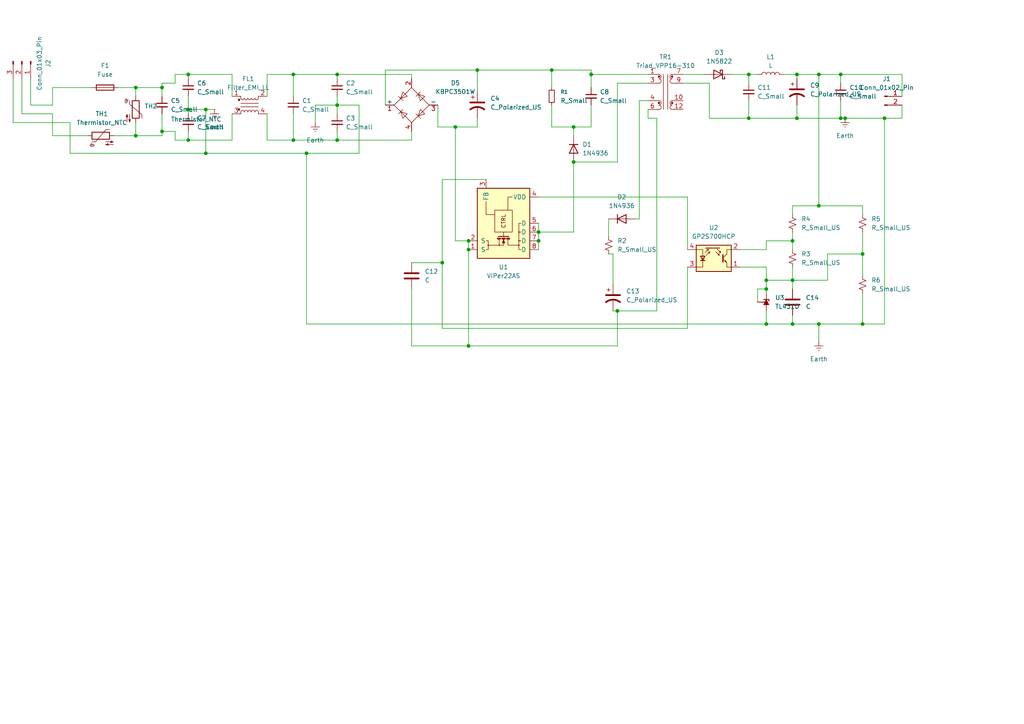
<source format=kicad_sch>
(kicad_sch
	(version 20250114)
	(generator "eeschema")
	(generator_version "9.0")
	(uuid "a91a70b5-0278-44dd-986b-2a34205561a7")
	(paper "A4")
	(lib_symbols
		(symbol "Connector:Conn_01x02_Pin"
			(pin_names
				(offset 1.016)
				(hide yes)
			)
			(exclude_from_sim no)
			(in_bom yes)
			(on_board yes)
			(property "Reference" "J"
				(at 0 2.54 0)
				(effects
					(font
						(size 1.27 1.27)
					)
				)
			)
			(property "Value" "Conn_01x02_Pin"
				(at 0 -5.08 0)
				(effects
					(font
						(size 1.27 1.27)
					)
				)
			)
			(property "Footprint" ""
				(at 0 0 0)
				(effects
					(font
						(size 1.27 1.27)
					)
					(hide yes)
				)
			)
			(property "Datasheet" "~"
				(at 0 0 0)
				(effects
					(font
						(size 1.27 1.27)
					)
					(hide yes)
				)
			)
			(property "Description" "Generic connector, single row, 01x02, script generated"
				(at 0 0 0)
				(effects
					(font
						(size 1.27 1.27)
					)
					(hide yes)
				)
			)
			(property "ki_locked" ""
				(at 0 0 0)
				(effects
					(font
						(size 1.27 1.27)
					)
				)
			)
			(property "ki_keywords" "connector"
				(at 0 0 0)
				(effects
					(font
						(size 1.27 1.27)
					)
					(hide yes)
				)
			)
			(property "ki_fp_filters" "Connector*:*_1x??_*"
				(at 0 0 0)
				(effects
					(font
						(size 1.27 1.27)
					)
					(hide yes)
				)
			)
			(symbol "Conn_01x02_Pin_1_1"
				(rectangle
					(start 0.8636 0.127)
					(end 0 -0.127)
					(stroke
						(width 0.1524)
						(type default)
					)
					(fill
						(type outline)
					)
				)
				(rectangle
					(start 0.8636 -2.413)
					(end 0 -2.667)
					(stroke
						(width 0.1524)
						(type default)
					)
					(fill
						(type outline)
					)
				)
				(polyline
					(pts
						(xy 1.27 0) (xy 0.8636 0)
					)
					(stroke
						(width 0.1524)
						(type default)
					)
					(fill
						(type none)
					)
				)
				(polyline
					(pts
						(xy 1.27 -2.54) (xy 0.8636 -2.54)
					)
					(stroke
						(width 0.1524)
						(type default)
					)
					(fill
						(type none)
					)
				)
				(pin passive line
					(at 5.08 0 180)
					(length 3.81)
					(name "Pin_1"
						(effects
							(font
								(size 1.27 1.27)
							)
						)
					)
					(number "1"
						(effects
							(font
								(size 1.27 1.27)
							)
						)
					)
				)
				(pin passive line
					(at 5.08 -2.54 180)
					(length 3.81)
					(name "Pin_2"
						(effects
							(font
								(size 1.27 1.27)
							)
						)
					)
					(number "2"
						(effects
							(font
								(size 1.27 1.27)
							)
						)
					)
				)
			)
			(embedded_fonts no)
		)
		(symbol "Connector:Conn_01x03_Pin"
			(pin_names
				(offset 1.016)
				(hide yes)
			)
			(exclude_from_sim no)
			(in_bom yes)
			(on_board yes)
			(property "Reference" "J"
				(at 0 5.08 0)
				(effects
					(font
						(size 1.27 1.27)
					)
				)
			)
			(property "Value" "Conn_01x03_Pin"
				(at 0 -5.08 0)
				(effects
					(font
						(size 1.27 1.27)
					)
				)
			)
			(property "Footprint" ""
				(at 0 0 0)
				(effects
					(font
						(size 1.27 1.27)
					)
					(hide yes)
				)
			)
			(property "Datasheet" "~"
				(at 0 0 0)
				(effects
					(font
						(size 1.27 1.27)
					)
					(hide yes)
				)
			)
			(property "Description" "Generic connector, single row, 01x03, script generated"
				(at 0 0 0)
				(effects
					(font
						(size 1.27 1.27)
					)
					(hide yes)
				)
			)
			(property "ki_locked" ""
				(at 0 0 0)
				(effects
					(font
						(size 1.27 1.27)
					)
				)
			)
			(property "ki_keywords" "connector"
				(at 0 0 0)
				(effects
					(font
						(size 1.27 1.27)
					)
					(hide yes)
				)
			)
			(property "ki_fp_filters" "Connector*:*_1x??_*"
				(at 0 0 0)
				(effects
					(font
						(size 1.27 1.27)
					)
					(hide yes)
				)
			)
			(symbol "Conn_01x03_Pin_1_1"
				(rectangle
					(start 0.8636 2.667)
					(end 0 2.413)
					(stroke
						(width 0.1524)
						(type default)
					)
					(fill
						(type outline)
					)
				)
				(rectangle
					(start 0.8636 0.127)
					(end 0 -0.127)
					(stroke
						(width 0.1524)
						(type default)
					)
					(fill
						(type outline)
					)
				)
				(rectangle
					(start 0.8636 -2.413)
					(end 0 -2.667)
					(stroke
						(width 0.1524)
						(type default)
					)
					(fill
						(type outline)
					)
				)
				(polyline
					(pts
						(xy 1.27 2.54) (xy 0.8636 2.54)
					)
					(stroke
						(width 0.1524)
						(type default)
					)
					(fill
						(type none)
					)
				)
				(polyline
					(pts
						(xy 1.27 0) (xy 0.8636 0)
					)
					(stroke
						(width 0.1524)
						(type default)
					)
					(fill
						(type none)
					)
				)
				(polyline
					(pts
						(xy 1.27 -2.54) (xy 0.8636 -2.54)
					)
					(stroke
						(width 0.1524)
						(type default)
					)
					(fill
						(type none)
					)
				)
				(pin passive line
					(at 5.08 2.54 180)
					(length 3.81)
					(name "Pin_1"
						(effects
							(font
								(size 1.27 1.27)
							)
						)
					)
					(number "1"
						(effects
							(font
								(size 1.27 1.27)
							)
						)
					)
				)
				(pin passive line
					(at 5.08 0 180)
					(length 3.81)
					(name "Pin_2"
						(effects
							(font
								(size 1.27 1.27)
							)
						)
					)
					(number "2"
						(effects
							(font
								(size 1.27 1.27)
							)
						)
					)
				)
				(pin passive line
					(at 5.08 -2.54 180)
					(length 3.81)
					(name "Pin_3"
						(effects
							(font
								(size 1.27 1.27)
							)
						)
					)
					(number "3"
						(effects
							(font
								(size 1.27 1.27)
							)
						)
					)
				)
			)
			(embedded_fonts no)
		)
		(symbol "Device:C"
			(pin_numbers
				(hide yes)
			)
			(pin_names
				(offset 0.254)
			)
			(exclude_from_sim no)
			(in_bom yes)
			(on_board yes)
			(property "Reference" "C"
				(at 0.635 2.54 0)
				(effects
					(font
						(size 1.27 1.27)
					)
					(justify left)
				)
			)
			(property "Value" "C"
				(at 0.635 -2.54 0)
				(effects
					(font
						(size 1.27 1.27)
					)
					(justify left)
				)
			)
			(property "Footprint" ""
				(at 0.9652 -3.81 0)
				(effects
					(font
						(size 1.27 1.27)
					)
					(hide yes)
				)
			)
			(property "Datasheet" "~"
				(at 0 0 0)
				(effects
					(font
						(size 1.27 1.27)
					)
					(hide yes)
				)
			)
			(property "Description" "Unpolarized capacitor"
				(at 0 0 0)
				(effects
					(font
						(size 1.27 1.27)
					)
					(hide yes)
				)
			)
			(property "ki_keywords" "cap capacitor"
				(at 0 0 0)
				(effects
					(font
						(size 1.27 1.27)
					)
					(hide yes)
				)
			)
			(property "ki_fp_filters" "C_*"
				(at 0 0 0)
				(effects
					(font
						(size 1.27 1.27)
					)
					(hide yes)
				)
			)
			(symbol "C_0_1"
				(polyline
					(pts
						(xy -2.032 0.762) (xy 2.032 0.762)
					)
					(stroke
						(width 0.508)
						(type default)
					)
					(fill
						(type none)
					)
				)
				(polyline
					(pts
						(xy -2.032 -0.762) (xy 2.032 -0.762)
					)
					(stroke
						(width 0.508)
						(type default)
					)
					(fill
						(type none)
					)
				)
			)
			(symbol "C_1_1"
				(pin passive line
					(at 0 3.81 270)
					(length 2.794)
					(name "~"
						(effects
							(font
								(size 1.27 1.27)
							)
						)
					)
					(number "1"
						(effects
							(font
								(size 1.27 1.27)
							)
						)
					)
				)
				(pin passive line
					(at 0 -3.81 90)
					(length 2.794)
					(name "~"
						(effects
							(font
								(size 1.27 1.27)
							)
						)
					)
					(number "2"
						(effects
							(font
								(size 1.27 1.27)
							)
						)
					)
				)
			)
			(embedded_fonts no)
		)
		(symbol "Device:C_Polarized_US"
			(pin_numbers
				(hide yes)
			)
			(pin_names
				(offset 0.254)
				(hide yes)
			)
			(exclude_from_sim no)
			(in_bom yes)
			(on_board yes)
			(property "Reference" "C"
				(at 0.635 2.54 0)
				(effects
					(font
						(size 1.27 1.27)
					)
					(justify left)
				)
			)
			(property "Value" "C_Polarized_US"
				(at 0.635 -2.54 0)
				(effects
					(font
						(size 1.27 1.27)
					)
					(justify left)
				)
			)
			(property "Footprint" ""
				(at 0 0 0)
				(effects
					(font
						(size 1.27 1.27)
					)
					(hide yes)
				)
			)
			(property "Datasheet" "~"
				(at 0 0 0)
				(effects
					(font
						(size 1.27 1.27)
					)
					(hide yes)
				)
			)
			(property "Description" "Polarized capacitor, US symbol"
				(at 0 0 0)
				(effects
					(font
						(size 1.27 1.27)
					)
					(hide yes)
				)
			)
			(property "ki_keywords" "cap capacitor"
				(at 0 0 0)
				(effects
					(font
						(size 1.27 1.27)
					)
					(hide yes)
				)
			)
			(property "ki_fp_filters" "CP_*"
				(at 0 0 0)
				(effects
					(font
						(size 1.27 1.27)
					)
					(hide yes)
				)
			)
			(symbol "C_Polarized_US_0_1"
				(polyline
					(pts
						(xy -2.032 0.762) (xy 2.032 0.762)
					)
					(stroke
						(width 0.508)
						(type default)
					)
					(fill
						(type none)
					)
				)
				(polyline
					(pts
						(xy -1.778 2.286) (xy -0.762 2.286)
					)
					(stroke
						(width 0)
						(type default)
					)
					(fill
						(type none)
					)
				)
				(polyline
					(pts
						(xy -1.27 1.778) (xy -1.27 2.794)
					)
					(stroke
						(width 0)
						(type default)
					)
					(fill
						(type none)
					)
				)
				(arc
					(start -2.032 -1.27)
					(mid 0 -0.5572)
					(end 2.032 -1.27)
					(stroke
						(width 0.508)
						(type default)
					)
					(fill
						(type none)
					)
				)
			)
			(symbol "C_Polarized_US_1_1"
				(pin passive line
					(at 0 3.81 270)
					(length 2.794)
					(name "~"
						(effects
							(font
								(size 1.27 1.27)
							)
						)
					)
					(number "1"
						(effects
							(font
								(size 1.27 1.27)
							)
						)
					)
				)
				(pin passive line
					(at 0 -3.81 90)
					(length 3.302)
					(name "~"
						(effects
							(font
								(size 1.27 1.27)
							)
						)
					)
					(number "2"
						(effects
							(font
								(size 1.27 1.27)
							)
						)
					)
				)
			)
			(embedded_fonts no)
		)
		(symbol "Device:C_Small"
			(pin_numbers
				(hide yes)
			)
			(pin_names
				(offset 0.254)
				(hide yes)
			)
			(exclude_from_sim no)
			(in_bom yes)
			(on_board yes)
			(property "Reference" "C"
				(at 0.254 1.778 0)
				(effects
					(font
						(size 1.27 1.27)
					)
					(justify left)
				)
			)
			(property "Value" "C_Small"
				(at 0.254 -2.032 0)
				(effects
					(font
						(size 1.27 1.27)
					)
					(justify left)
				)
			)
			(property "Footprint" ""
				(at 0 0 0)
				(effects
					(font
						(size 1.27 1.27)
					)
					(hide yes)
				)
			)
			(property "Datasheet" "~"
				(at 0 0 0)
				(effects
					(font
						(size 1.27 1.27)
					)
					(hide yes)
				)
			)
			(property "Description" "Unpolarized capacitor, small symbol"
				(at 0 0 0)
				(effects
					(font
						(size 1.27 1.27)
					)
					(hide yes)
				)
			)
			(property "ki_keywords" "capacitor cap"
				(at 0 0 0)
				(effects
					(font
						(size 1.27 1.27)
					)
					(hide yes)
				)
			)
			(property "ki_fp_filters" "C_*"
				(at 0 0 0)
				(effects
					(font
						(size 1.27 1.27)
					)
					(hide yes)
				)
			)
			(symbol "C_Small_0_1"
				(polyline
					(pts
						(xy -1.524 0.508) (xy 1.524 0.508)
					)
					(stroke
						(width 0.3048)
						(type default)
					)
					(fill
						(type none)
					)
				)
				(polyline
					(pts
						(xy -1.524 -0.508) (xy 1.524 -0.508)
					)
					(stroke
						(width 0.3302)
						(type default)
					)
					(fill
						(type none)
					)
				)
			)
			(symbol "C_Small_1_1"
				(pin passive line
					(at 0 2.54 270)
					(length 2.032)
					(name "~"
						(effects
							(font
								(size 1.27 1.27)
							)
						)
					)
					(number "1"
						(effects
							(font
								(size 1.27 1.27)
							)
						)
					)
				)
				(pin passive line
					(at 0 -2.54 90)
					(length 2.032)
					(name "~"
						(effects
							(font
								(size 1.27 1.27)
							)
						)
					)
					(number "2"
						(effects
							(font
								(size 1.27 1.27)
							)
						)
					)
				)
			)
			(embedded_fonts no)
		)
		(symbol "Device:Filter_EMI_LL"
			(pin_names
				(offset 0.254)
				(hide yes)
			)
			(exclude_from_sim no)
			(in_bom yes)
			(on_board yes)
			(property "Reference" "FL"
				(at 0 4.445 0)
				(effects
					(font
						(size 1.27 1.27)
					)
				)
			)
			(property "Value" "Filter_EMI_LL"
				(at 0 -4.445 0)
				(effects
					(font
						(size 1.27 1.27)
					)
				)
			)
			(property "Footprint" ""
				(at 0 1.016 0)
				(effects
					(font
						(size 1.27 1.27)
					)
					(hide yes)
				)
			)
			(property "Datasheet" "~"
				(at 0 1.016 0)
				(effects
					(font
						(size 1.27 1.27)
					)
					(hide yes)
				)
			)
			(property "Description" "EMI 2-inductor filter"
				(at 0 0 0)
				(effects
					(font
						(size 1.27 1.27)
					)
					(hide yes)
				)
			)
			(property "ki_keywords" "EMI filter"
				(at 0 0 0)
				(effects
					(font
						(size 1.27 1.27)
					)
					(hide yes)
				)
			)
			(property "ki_fp_filters" "L_* L_CommonMode*"
				(at 0 0 0)
				(effects
					(font
						(size 1.27 1.27)
					)
					(hide yes)
				)
			)
			(symbol "Filter_EMI_LL_0_1"
				(circle
					(center -3.048 1.524)
					(radius 0.254)
					(stroke
						(width 0)
						(type default)
					)
					(fill
						(type outline)
					)
				)
				(circle
					(center -3.048 -1.27)
					(radius 0.254)
					(stroke
						(width 0)
						(type default)
					)
					(fill
						(type outline)
					)
				)
				(polyline
					(pts
						(xy -2.54 2.032) (xy -2.54 2.54)
					)
					(stroke
						(width 0)
						(type default)
					)
					(fill
						(type none)
					)
				)
				(polyline
					(pts
						(xy -2.54 0.508) (xy 2.54 0.508)
					)
					(stroke
						(width 0)
						(type default)
					)
					(fill
						(type none)
					)
				)
				(polyline
					(pts
						(xy -2.54 -2.032) (xy -2.54 -2.54)
					)
					(stroke
						(width 0)
						(type default)
					)
					(fill
						(type none)
					)
				)
				(arc
					(start -1.524 2.032)
					(mid -2.032 1.5262)
					(end -2.54 2.032)
					(stroke
						(width 0)
						(type default)
					)
					(fill
						(type none)
					)
				)
				(arc
					(start -2.54 -2.032)
					(mid -2.032 -1.5262)
					(end -1.524 -2.032)
					(stroke
						(width 0)
						(type default)
					)
					(fill
						(type none)
					)
				)
				(arc
					(start -0.508 2.032)
					(mid -1.016 1.5262)
					(end -1.524 2.032)
					(stroke
						(width 0)
						(type default)
					)
					(fill
						(type none)
					)
				)
				(arc
					(start -1.524 -2.032)
					(mid -1.016 -1.5262)
					(end -0.508 -2.032)
					(stroke
						(width 0)
						(type default)
					)
					(fill
						(type none)
					)
				)
				(arc
					(start 0.508 2.032)
					(mid 0 1.5262)
					(end -0.508 2.032)
					(stroke
						(width 0)
						(type default)
					)
					(fill
						(type none)
					)
				)
				(arc
					(start -0.508 -2.032)
					(mid 0 -1.5262)
					(end 0.508 -2.032)
					(stroke
						(width 0)
						(type default)
					)
					(fill
						(type none)
					)
				)
				(arc
					(start 1.524 2.032)
					(mid 1.016 1.5262)
					(end 0.508 2.032)
					(stroke
						(width 0)
						(type default)
					)
					(fill
						(type none)
					)
				)
				(arc
					(start 0.508 -2.032)
					(mid 1.016 -1.5262)
					(end 1.524 -2.032)
					(stroke
						(width 0)
						(type default)
					)
					(fill
						(type none)
					)
				)
				(arc
					(start 2.54 2.032)
					(mid 2.032 1.5262)
					(end 1.524 2.032)
					(stroke
						(width 0)
						(type default)
					)
					(fill
						(type none)
					)
				)
				(arc
					(start 1.524 -2.032)
					(mid 2.032 -1.5262)
					(end 2.54 -2.032)
					(stroke
						(width 0)
						(type default)
					)
					(fill
						(type none)
					)
				)
				(polyline
					(pts
						(xy 2.54 2.54) (xy 2.54 2.032)
					)
					(stroke
						(width 0)
						(type default)
					)
					(fill
						(type none)
					)
				)
				(polyline
					(pts
						(xy 2.54 -0.508) (xy -2.54 -0.508)
					)
					(stroke
						(width 0)
						(type default)
					)
					(fill
						(type none)
					)
				)
				(polyline
					(pts
						(xy 2.54 -2.032) (xy 2.54 -2.54)
					)
					(stroke
						(width 0)
						(type default)
					)
					(fill
						(type none)
					)
				)
			)
			(symbol "Filter_EMI_LL_1_1"
				(pin passive line
					(at -5.08 2.54 0)
					(length 2.54)
					(name "1"
						(effects
							(font
								(size 1.27 1.27)
							)
						)
					)
					(number "1"
						(effects
							(font
								(size 1.27 1.27)
							)
						)
					)
				)
				(pin passive line
					(at -5.08 -2.54 0)
					(length 2.54)
					(name "3"
						(effects
							(font
								(size 1.27 1.27)
							)
						)
					)
					(number "3"
						(effects
							(font
								(size 1.27 1.27)
							)
						)
					)
				)
				(pin passive line
					(at 5.08 2.54 180)
					(length 2.54)
					(name "2"
						(effects
							(font
								(size 1.27 1.27)
							)
						)
					)
					(number "2"
						(effects
							(font
								(size 1.27 1.27)
							)
						)
					)
				)
				(pin passive line
					(at 5.08 -2.54 180)
					(length 2.54)
					(name "4"
						(effects
							(font
								(size 1.27 1.27)
							)
						)
					)
					(number "4"
						(effects
							(font
								(size 1.27 1.27)
							)
						)
					)
				)
			)
			(embedded_fonts no)
		)
		(symbol "Device:Fuse"
			(pin_numbers
				(hide yes)
			)
			(pin_names
				(offset 0)
			)
			(exclude_from_sim no)
			(in_bom yes)
			(on_board yes)
			(property "Reference" "F"
				(at 2.032 0 90)
				(effects
					(font
						(size 1.27 1.27)
					)
				)
			)
			(property "Value" "Fuse"
				(at -1.905 0 90)
				(effects
					(font
						(size 1.27 1.27)
					)
				)
			)
			(property "Footprint" ""
				(at -1.778 0 90)
				(effects
					(font
						(size 1.27 1.27)
					)
					(hide yes)
				)
			)
			(property "Datasheet" "~"
				(at 0 0 0)
				(effects
					(font
						(size 1.27 1.27)
					)
					(hide yes)
				)
			)
			(property "Description" "Fuse"
				(at 0 0 0)
				(effects
					(font
						(size 1.27 1.27)
					)
					(hide yes)
				)
			)
			(property "ki_keywords" "fuse"
				(at 0 0 0)
				(effects
					(font
						(size 1.27 1.27)
					)
					(hide yes)
				)
			)
			(property "ki_fp_filters" "*Fuse*"
				(at 0 0 0)
				(effects
					(font
						(size 1.27 1.27)
					)
					(hide yes)
				)
			)
			(symbol "Fuse_0_1"
				(rectangle
					(start -0.762 -2.54)
					(end 0.762 2.54)
					(stroke
						(width 0.254)
						(type default)
					)
					(fill
						(type none)
					)
				)
				(polyline
					(pts
						(xy 0 2.54) (xy 0 -2.54)
					)
					(stroke
						(width 0)
						(type default)
					)
					(fill
						(type none)
					)
				)
			)
			(symbol "Fuse_1_1"
				(pin passive line
					(at 0 3.81 270)
					(length 1.27)
					(name "~"
						(effects
							(font
								(size 1.27 1.27)
							)
						)
					)
					(number "1"
						(effects
							(font
								(size 1.27 1.27)
							)
						)
					)
				)
				(pin passive line
					(at 0 -3.81 90)
					(length 1.27)
					(name "~"
						(effects
							(font
								(size 1.27 1.27)
							)
						)
					)
					(number "2"
						(effects
							(font
								(size 1.27 1.27)
							)
						)
					)
				)
			)
			(embedded_fonts no)
		)
		(symbol "Device:L"
			(pin_numbers
				(hide yes)
			)
			(pin_names
				(offset 1.016)
				(hide yes)
			)
			(exclude_from_sim no)
			(in_bom yes)
			(on_board yes)
			(property "Reference" "L"
				(at -1.27 0 90)
				(effects
					(font
						(size 1.27 1.27)
					)
				)
			)
			(property "Value" "L"
				(at 1.905 0 90)
				(effects
					(font
						(size 1.27 1.27)
					)
				)
			)
			(property "Footprint" ""
				(at 0 0 0)
				(effects
					(font
						(size 1.27 1.27)
					)
					(hide yes)
				)
			)
			(property "Datasheet" "~"
				(at 0 0 0)
				(effects
					(font
						(size 1.27 1.27)
					)
					(hide yes)
				)
			)
			(property "Description" "Inductor"
				(at 0 0 0)
				(effects
					(font
						(size 1.27 1.27)
					)
					(hide yes)
				)
			)
			(property "ki_keywords" "inductor choke coil reactor magnetic"
				(at 0 0 0)
				(effects
					(font
						(size 1.27 1.27)
					)
					(hide yes)
				)
			)
			(property "ki_fp_filters" "Choke_* *Coil* Inductor_* L_*"
				(at 0 0 0)
				(effects
					(font
						(size 1.27 1.27)
					)
					(hide yes)
				)
			)
			(symbol "L_0_1"
				(arc
					(start 0 2.54)
					(mid 0.6323 1.905)
					(end 0 1.27)
					(stroke
						(width 0)
						(type default)
					)
					(fill
						(type none)
					)
				)
				(arc
					(start 0 1.27)
					(mid 0.6323 0.635)
					(end 0 0)
					(stroke
						(width 0)
						(type default)
					)
					(fill
						(type none)
					)
				)
				(arc
					(start 0 0)
					(mid 0.6323 -0.635)
					(end 0 -1.27)
					(stroke
						(width 0)
						(type default)
					)
					(fill
						(type none)
					)
				)
				(arc
					(start 0 -1.27)
					(mid 0.6323 -1.905)
					(end 0 -2.54)
					(stroke
						(width 0)
						(type default)
					)
					(fill
						(type none)
					)
				)
			)
			(symbol "L_1_1"
				(pin passive line
					(at 0 3.81 270)
					(length 1.27)
					(name "1"
						(effects
							(font
								(size 1.27 1.27)
							)
						)
					)
					(number "1"
						(effects
							(font
								(size 1.27 1.27)
							)
						)
					)
				)
				(pin passive line
					(at 0 -3.81 90)
					(length 1.27)
					(name "2"
						(effects
							(font
								(size 1.27 1.27)
							)
						)
					)
					(number "2"
						(effects
							(font
								(size 1.27 1.27)
							)
						)
					)
				)
			)
			(embedded_fonts no)
		)
		(symbol "Device:R_Small"
			(pin_numbers
				(hide yes)
			)
			(pin_names
				(offset 0.254)
				(hide yes)
			)
			(exclude_from_sim no)
			(in_bom yes)
			(on_board yes)
			(property "Reference" "R"
				(at 0 0 90)
				(effects
					(font
						(size 1.016 1.016)
					)
				)
			)
			(property "Value" "R_Small"
				(at 1.778 0 90)
				(effects
					(font
						(size 1.27 1.27)
					)
				)
			)
			(property "Footprint" ""
				(at 0 0 0)
				(effects
					(font
						(size 1.27 1.27)
					)
					(hide yes)
				)
			)
			(property "Datasheet" "~"
				(at 0 0 0)
				(effects
					(font
						(size 1.27 1.27)
					)
					(hide yes)
				)
			)
			(property "Description" "Resistor, small symbol"
				(at 0 0 0)
				(effects
					(font
						(size 1.27 1.27)
					)
					(hide yes)
				)
			)
			(property "ki_keywords" "R resistor"
				(at 0 0 0)
				(effects
					(font
						(size 1.27 1.27)
					)
					(hide yes)
				)
			)
			(property "ki_fp_filters" "R_*"
				(at 0 0 0)
				(effects
					(font
						(size 1.27 1.27)
					)
					(hide yes)
				)
			)
			(symbol "R_Small_0_1"
				(rectangle
					(start -0.762 1.778)
					(end 0.762 -1.778)
					(stroke
						(width 0.2032)
						(type default)
					)
					(fill
						(type none)
					)
				)
			)
			(symbol "R_Small_1_1"
				(pin passive line
					(at 0 2.54 270)
					(length 0.762)
					(name "~"
						(effects
							(font
								(size 1.27 1.27)
							)
						)
					)
					(number "1"
						(effects
							(font
								(size 1.27 1.27)
							)
						)
					)
				)
				(pin passive line
					(at 0 -2.54 90)
					(length 0.762)
					(name "~"
						(effects
							(font
								(size 1.27 1.27)
							)
						)
					)
					(number "2"
						(effects
							(font
								(size 1.27 1.27)
							)
						)
					)
				)
			)
			(embedded_fonts no)
		)
		(symbol "Device:R_Small_US"
			(pin_numbers
				(hide yes)
			)
			(pin_names
				(offset 0.254)
				(hide yes)
			)
			(exclude_from_sim no)
			(in_bom yes)
			(on_board yes)
			(property "Reference" "R"
				(at 0.762 0.508 0)
				(effects
					(font
						(size 1.27 1.27)
					)
					(justify left)
				)
			)
			(property "Value" "R_Small_US"
				(at 0.762 -1.016 0)
				(effects
					(font
						(size 1.27 1.27)
					)
					(justify left)
				)
			)
			(property "Footprint" ""
				(at 0 0 0)
				(effects
					(font
						(size 1.27 1.27)
					)
					(hide yes)
				)
			)
			(property "Datasheet" "~"
				(at 0 0 0)
				(effects
					(font
						(size 1.27 1.27)
					)
					(hide yes)
				)
			)
			(property "Description" "Resistor, small US symbol"
				(at 0 0 0)
				(effects
					(font
						(size 1.27 1.27)
					)
					(hide yes)
				)
			)
			(property "ki_keywords" "r resistor"
				(at 0 0 0)
				(effects
					(font
						(size 1.27 1.27)
					)
					(hide yes)
				)
			)
			(property "ki_fp_filters" "R_*"
				(at 0 0 0)
				(effects
					(font
						(size 1.27 1.27)
					)
					(hide yes)
				)
			)
			(symbol "R_Small_US_1_1"
				(polyline
					(pts
						(xy 0 1.524) (xy 1.016 1.143) (xy 0 0.762) (xy -1.016 0.381) (xy 0 0)
					)
					(stroke
						(width 0)
						(type default)
					)
					(fill
						(type none)
					)
				)
				(polyline
					(pts
						(xy 0 0) (xy 1.016 -0.381) (xy 0 -0.762) (xy -1.016 -1.143) (xy 0 -1.524)
					)
					(stroke
						(width 0)
						(type default)
					)
					(fill
						(type none)
					)
				)
				(pin passive line
					(at 0 2.54 270)
					(length 1.016)
					(name "~"
						(effects
							(font
								(size 1.27 1.27)
							)
						)
					)
					(number "1"
						(effects
							(font
								(size 1.27 1.27)
							)
						)
					)
				)
				(pin passive line
					(at 0 -2.54 90)
					(length 1.016)
					(name "~"
						(effects
							(font
								(size 1.27 1.27)
							)
						)
					)
					(number "2"
						(effects
							(font
								(size 1.27 1.27)
							)
						)
					)
				)
			)
			(embedded_fonts no)
		)
		(symbol "Device:Thermistor_NTC"
			(pin_numbers
				(hide yes)
			)
			(pin_names
				(offset 0)
			)
			(exclude_from_sim no)
			(in_bom yes)
			(on_board yes)
			(property "Reference" "TH"
				(at -4.445 0 90)
				(effects
					(font
						(size 1.27 1.27)
					)
				)
			)
			(property "Value" "Thermistor_NTC"
				(at 3.175 0 90)
				(effects
					(font
						(size 1.27 1.27)
					)
				)
			)
			(property "Footprint" ""
				(at 0 1.27 0)
				(effects
					(font
						(size 1.27 1.27)
					)
					(hide yes)
				)
			)
			(property "Datasheet" "~"
				(at 0 1.27 0)
				(effects
					(font
						(size 1.27 1.27)
					)
					(hide yes)
				)
			)
			(property "Description" "Temperature dependent resistor, negative temperature coefficient"
				(at 0 0 0)
				(effects
					(font
						(size 1.27 1.27)
					)
					(hide yes)
				)
			)
			(property "ki_keywords" "thermistor NTC resistor sensor RTD"
				(at 0 0 0)
				(effects
					(font
						(size 1.27 1.27)
					)
					(hide yes)
				)
			)
			(property "ki_fp_filters" "*NTC* *Thermistor* PIN?ARRAY* bornier* *Terminal?Block* R_*"
				(at 0 0 0)
				(effects
					(font
						(size 1.27 1.27)
					)
					(hide yes)
				)
			)
			(symbol "Thermistor_NTC_0_1"
				(arc
					(start -3.175 2.413)
					(mid -3.0506 2.3165)
					(end -3.048 2.159)
					(stroke
						(width 0)
						(type default)
					)
					(fill
						(type none)
					)
				)
				(arc
					(start -3.048 2.794)
					(mid -2.9736 2.9736)
					(end -2.794 3.048)
					(stroke
						(width 0)
						(type default)
					)
					(fill
						(type none)
					)
				)
				(arc
					(start -2.794 3.048)
					(mid -2.6144 2.9736)
					(end -2.54 2.794)
					(stroke
						(width 0)
						(type default)
					)
					(fill
						(type none)
					)
				)
				(arc
					(start -2.794 2.54)
					(mid -2.9736 2.6144)
					(end -3.048 2.794)
					(stroke
						(width 0)
						(type default)
					)
					(fill
						(type none)
					)
				)
				(arc
					(start -2.794 1.905)
					(mid -2.9736 1.9794)
					(end -3.048 2.159)
					(stroke
						(width 0)
						(type default)
					)
					(fill
						(type none)
					)
				)
				(arc
					(start -2.54 2.159)
					(mid -2.6144 1.9794)
					(end -2.794 1.905)
					(stroke
						(width 0)
						(type default)
					)
					(fill
						(type none)
					)
				)
				(arc
					(start -2.159 2.794)
					(mid -2.434 2.5608)
					(end -2.794 2.54)
					(stroke
						(width 0)
						(type default)
					)
					(fill
						(type none)
					)
				)
				(polyline
					(pts
						(xy -2.54 2.159) (xy -2.54 2.794)
					)
					(stroke
						(width 0)
						(type default)
					)
					(fill
						(type none)
					)
				)
				(polyline
					(pts
						(xy -2.54 -3.683) (xy -2.54 -1.397) (xy -2.794 -2.159) (xy -2.286 -2.159) (xy -2.54 -1.397) (xy -2.54 -1.651)
					)
					(stroke
						(width 0)
						(type default)
					)
					(fill
						(type outline)
					)
				)
				(polyline
					(pts
						(xy -1.778 2.54) (xy -1.778 1.524) (xy 1.778 -1.524) (xy 1.778 -2.54)
					)
					(stroke
						(width 0)
						(type default)
					)
					(fill
						(type none)
					)
				)
				(polyline
					(pts
						(xy -1.778 -1.397) (xy -1.778 -3.683) (xy -2.032 -2.921) (xy -1.524 -2.921) (xy -1.778 -3.683)
						(xy -1.778 -3.429)
					)
					(stroke
						(width 0)
						(type default)
					)
					(fill
						(type outline)
					)
				)
				(rectangle
					(start -1.016 2.54)
					(end 1.016 -2.54)
					(stroke
						(width 0.254)
						(type default)
					)
					(fill
						(type none)
					)
				)
			)
			(symbol "Thermistor_NTC_1_1"
				(pin passive line
					(at 0 3.81 270)
					(length 1.27)
					(name "~"
						(effects
							(font
								(size 1.27 1.27)
							)
						)
					)
					(number "1"
						(effects
							(font
								(size 1.27 1.27)
							)
						)
					)
				)
				(pin passive line
					(at 0 -3.81 90)
					(length 1.27)
					(name "~"
						(effects
							(font
								(size 1.27 1.27)
							)
						)
					)
					(number "2"
						(effects
							(font
								(size 1.27 1.27)
							)
						)
					)
				)
			)
			(embedded_fonts no)
		)
		(symbol "Diode:1N4936"
			(pin_numbers
				(hide yes)
			)
			(pin_names
				(hide yes)
			)
			(exclude_from_sim no)
			(in_bom yes)
			(on_board yes)
			(property "Reference" "D"
				(at 0 2.54 0)
				(effects
					(font
						(size 1.27 1.27)
					)
				)
			)
			(property "Value" "1N4936"
				(at 0 -2.54 0)
				(effects
					(font
						(size 1.27 1.27)
					)
				)
			)
			(property "Footprint" "Diode_THT:D_DO-41_SOD81_P10.16mm_Horizontal"
				(at 0 0 0)
				(effects
					(font
						(size 1.27 1.27)
					)
					(hide yes)
				)
			)
			(property "Datasheet" "https://www.vishay.com/docs/88508/1n4933.pdf"
				(at 0 0 0)
				(effects
					(font
						(size 1.27 1.27)
					)
					(hide yes)
				)
			)
			(property "Description" "Fast Switching Plastic Rectifier, VRRM 400V, IF(AV) 1.0A, trr 200ns, DO-41"
				(at 0 0 0)
				(effects
					(font
						(size 1.27 1.27)
					)
					(hide yes)
				)
			)
			(property "Sim.Device" "D"
				(at 0 0 0)
				(effects
					(font
						(size 1.27 1.27)
					)
					(hide yes)
				)
			)
			(property "Sim.Pins" "1=K 2=A"
				(at 0 0 0)
				(effects
					(font
						(size 1.27 1.27)
					)
					(hide yes)
				)
			)
			(property "ki_keywords" "diode"
				(at 0 0 0)
				(effects
					(font
						(size 1.27 1.27)
					)
					(hide yes)
				)
			)
			(property "ki_fp_filters" "D*DO?41*"
				(at 0 0 0)
				(effects
					(font
						(size 1.27 1.27)
					)
					(hide yes)
				)
			)
			(symbol "1N4936_0_1"
				(polyline
					(pts
						(xy -1.27 1.27) (xy -1.27 -1.27)
					)
					(stroke
						(width 0.254)
						(type default)
					)
					(fill
						(type none)
					)
				)
				(polyline
					(pts
						(xy 1.27 1.27) (xy 1.27 -1.27) (xy -1.27 0) (xy 1.27 1.27)
					)
					(stroke
						(width 0.254)
						(type default)
					)
					(fill
						(type none)
					)
				)
				(polyline
					(pts
						(xy 1.27 0) (xy -1.27 0)
					)
					(stroke
						(width 0)
						(type default)
					)
					(fill
						(type none)
					)
				)
			)
			(symbol "1N4936_1_1"
				(pin passive line
					(at -3.81 0 0)
					(length 2.54)
					(name "K"
						(effects
							(font
								(size 1.27 1.27)
							)
						)
					)
					(number "1"
						(effects
							(font
								(size 1.27 1.27)
							)
						)
					)
				)
				(pin passive line
					(at 3.81 0 180)
					(length 2.54)
					(name "A"
						(effects
							(font
								(size 1.27 1.27)
							)
						)
					)
					(number "2"
						(effects
							(font
								(size 1.27 1.27)
							)
						)
					)
				)
			)
			(embedded_fonts no)
		)
		(symbol "Diode:1N5822"
			(pin_numbers
				(hide yes)
			)
			(pin_names
				(offset 1.016)
				(hide yes)
			)
			(exclude_from_sim no)
			(in_bom yes)
			(on_board yes)
			(property "Reference" "D"
				(at 0 2.54 0)
				(effects
					(font
						(size 1.27 1.27)
					)
				)
			)
			(property "Value" "1N5822"
				(at 0 -2.54 0)
				(effects
					(font
						(size 1.27 1.27)
					)
				)
			)
			(property "Footprint" "Diode_THT:D_DO-201AD_P15.24mm_Horizontal"
				(at 0 -4.445 0)
				(effects
					(font
						(size 1.27 1.27)
					)
					(hide yes)
				)
			)
			(property "Datasheet" "http://www.vishay.com/docs/88526/1n5820.pdf"
				(at 0 0 0)
				(effects
					(font
						(size 1.27 1.27)
					)
					(hide yes)
				)
			)
			(property "Description" "40V 3A Schottky Barrier Rectifier Diode, DO-201AD"
				(at 0 0 0)
				(effects
					(font
						(size 1.27 1.27)
					)
					(hide yes)
				)
			)
			(property "ki_keywords" "diode Schottky"
				(at 0 0 0)
				(effects
					(font
						(size 1.27 1.27)
					)
					(hide yes)
				)
			)
			(property "ki_fp_filters" "D*DO?201AD*"
				(at 0 0 0)
				(effects
					(font
						(size 1.27 1.27)
					)
					(hide yes)
				)
			)
			(symbol "1N5822_0_1"
				(polyline
					(pts
						(xy -1.905 0.635) (xy -1.905 1.27) (xy -1.27 1.27) (xy -1.27 -1.27) (xy -0.635 -1.27) (xy -0.635 -0.635)
					)
					(stroke
						(width 0.254)
						(type default)
					)
					(fill
						(type none)
					)
				)
				(polyline
					(pts
						(xy 1.27 1.27) (xy 1.27 -1.27) (xy -1.27 0) (xy 1.27 1.27)
					)
					(stroke
						(width 0.254)
						(type default)
					)
					(fill
						(type none)
					)
				)
				(polyline
					(pts
						(xy 1.27 0) (xy -1.27 0)
					)
					(stroke
						(width 0)
						(type default)
					)
					(fill
						(type none)
					)
				)
			)
			(symbol "1N5822_1_1"
				(pin passive line
					(at -3.81 0 0)
					(length 2.54)
					(name "K"
						(effects
							(font
								(size 1.27 1.27)
							)
						)
					)
					(number "1"
						(effects
							(font
								(size 1.27 1.27)
							)
						)
					)
				)
				(pin passive line
					(at 3.81 0 180)
					(length 2.54)
					(name "A"
						(effects
							(font
								(size 1.27 1.27)
							)
						)
					)
					(number "2"
						(effects
							(font
								(size 1.27 1.27)
							)
						)
					)
				)
			)
			(embedded_fonts no)
		)
		(symbol "Diode_Bridge:KBPC3501W"
			(pin_names
				(offset 0)
			)
			(exclude_from_sim no)
			(in_bom yes)
			(on_board yes)
			(property "Reference" "D"
				(at 7.62 7.62 0)
				(effects
					(font
						(size 1.27 1.27)
					)
				)
			)
			(property "Value" "KBPC3501W"
				(at 7.62 5.08 0)
				(effects
					(font
						(size 1.27 1.27)
					)
				)
			)
			(property "Footprint" "Diode_THT:Diode_Bridge_GeneSiC_KBPC_W"
				(at 0 -15.24 0)
				(effects
					(font
						(size 1.27 1.27)
					)
					(hide yes)
				)
			)
			(property "Datasheet" "https://www.diodemodule.com/bridge-rectifier/kbpc/kbpc3501t.pdf"
				(at 22.86 0 0)
				(effects
					(font
						(size 1.27 1.27)
					)
					(hide yes)
				)
			)
			(property "Description" "Single-Phase Bridge Rectifier, 70V Vrms, 35A If, KBPC-W(WS)"
				(at 0 0 0)
				(effects
					(font
						(size 1.27 1.27)
					)
					(hide yes)
				)
			)
			(property "ki_keywords" "diode full"
				(at 0 0 0)
				(effects
					(font
						(size 1.27 1.27)
					)
					(hide yes)
				)
			)
			(property "ki_fp_filters" "Diode*Bridge*KBPC?W*"
				(at 0 0 0)
				(effects
					(font
						(size 1.27 1.27)
					)
					(hide yes)
				)
			)
			(symbol "KBPC3501W_0_1"
				(polyline
					(pts
						(xy -5.08 0) (xy 0 -5.08) (xy 5.08 0) (xy 0 5.08) (xy -5.08 0)
					)
					(stroke
						(width 0)
						(type default)
					)
					(fill
						(type none)
					)
				)
				(polyline
					(pts
						(xy -3.81 2.54) (xy -2.54 1.27) (xy -1.905 3.175) (xy -3.81 2.54)
					)
					(stroke
						(width 0)
						(type default)
					)
					(fill
						(type none)
					)
				)
				(polyline
					(pts
						(xy -2.54 3.81) (xy -1.27 2.54)
					)
					(stroke
						(width 0)
						(type default)
					)
					(fill
						(type none)
					)
				)
				(polyline
					(pts
						(xy -2.54 -1.27) (xy -3.81 -2.54) (xy -1.905 -3.175) (xy -2.54 -1.27)
					)
					(stroke
						(width 0)
						(type default)
					)
					(fill
						(type none)
					)
				)
				(polyline
					(pts
						(xy -1.27 -2.54) (xy -2.54 -3.81)
					)
					(stroke
						(width 0)
						(type default)
					)
					(fill
						(type none)
					)
				)
				(polyline
					(pts
						(xy 1.27 2.54) (xy 2.54 3.81) (xy 3.175 1.905) (xy 1.27 2.54)
					)
					(stroke
						(width 0)
						(type default)
					)
					(fill
						(type none)
					)
				)
				(polyline
					(pts
						(xy 2.54 1.27) (xy 3.81 2.54)
					)
					(stroke
						(width 0)
						(type default)
					)
					(fill
						(type none)
					)
				)
				(polyline
					(pts
						(xy 2.54 -1.27) (xy 3.81 -2.54)
					)
					(stroke
						(width 0)
						(type default)
					)
					(fill
						(type none)
					)
				)
				(polyline
					(pts
						(xy 3.175 -1.905) (xy 1.27 -2.54) (xy 2.54 -3.81) (xy 3.175 -1.905)
					)
					(stroke
						(width 0)
						(type default)
					)
					(fill
						(type none)
					)
				)
			)
			(symbol "KBPC3501W_1_1"
				(pin passive line
					(at -7.62 0 0)
					(length 2.54)
					(name "-"
						(effects
							(font
								(size 1.27 1.27)
							)
						)
					)
					(number "3"
						(effects
							(font
								(size 1.27 1.27)
							)
						)
					)
				)
				(pin passive line
					(at 0 7.62 270)
					(length 2.54)
					(name "~"
						(effects
							(font
								(size 1.27 1.27)
							)
						)
					)
					(number "4"
						(effects
							(font
								(size 1.27 1.27)
							)
						)
					)
				)
				(pin passive line
					(at 0 -7.62 90)
					(length 2.54)
					(name "~"
						(effects
							(font
								(size 1.27 1.27)
							)
						)
					)
					(number "2"
						(effects
							(font
								(size 1.27 1.27)
							)
						)
					)
				)
				(pin passive line
					(at 7.62 0 180)
					(length 2.54)
					(name "+"
						(effects
							(font
								(size 1.27 1.27)
							)
						)
					)
					(number "1"
						(effects
							(font
								(size 1.27 1.27)
							)
						)
					)
				)
			)
			(embedded_fonts no)
		)
		(symbol "Reference_Voltage:TL431D"
			(pin_numbers
				(hide yes)
			)
			(pin_names
				(hide yes)
			)
			(exclude_from_sim no)
			(in_bom yes)
			(on_board yes)
			(property "Reference" "U"
				(at 0 -2.54 0)
				(effects
					(font
						(size 1.27 1.27)
					)
				)
			)
			(property "Value" "TL431D"
				(at 0 -4.445 0)
				(effects
					(font
						(size 1.27 1.27)
					)
				)
			)
			(property "Footprint" "Package_SO:SOIC-8_3.9x4.9mm_P1.27mm"
				(at 0 -6.35 0)
				(effects
					(font
						(size 1.27 1.27)
						(italic yes)
					)
					(hide yes)
				)
			)
			(property "Datasheet" "http://www.ti.com/lit/ds/symlink/tl431.pdf"
				(at 0.254 -10.668 0)
				(effects
					(font
						(size 1.27 1.27)
						(italic yes)
					)
					(hide yes)
				)
			)
			(property "Description" "Shunt Regulator, SO-8"
				(at -0.254 -8.382 0)
				(effects
					(font
						(size 1.27 1.27)
					)
					(hide yes)
				)
			)
			(property "ki_keywords" "diode device shunt regulator"
				(at 0 0 0)
				(effects
					(font
						(size 1.27 1.27)
					)
					(hide yes)
				)
			)
			(property "ki_fp_filters" "SOIC?8*3.9x4.9mm*P1.27mm*"
				(at 0 0 0)
				(effects
					(font
						(size 1.27 1.27)
					)
					(hide yes)
				)
			)
			(symbol "TL431D_0_1"
				(polyline
					(pts
						(xy -1.27 0) (xy 0 0) (xy 1.27 0)
					)
					(stroke
						(width 0)
						(type default)
					)
					(fill
						(type none)
					)
				)
				(polyline
					(pts
						(xy -0.762 -0.762) (xy -0.762 0.762) (xy -0.762 0.762) (xy 0.762 0) (xy -0.762 -0.762)
					)
					(stroke
						(width 0)
						(type default)
					)
					(fill
						(type outline)
					)
				)
				(polyline
					(pts
						(xy 0.254 -0.762) (xy 0.762 -0.762) (xy 0.762 0.762) (xy 0.762 0.762)
					)
					(stroke
						(width 0.254)
						(type default)
					)
					(fill
						(type none)
					)
				)
			)
			(symbol "TL431D_1_1"
				(polyline
					(pts
						(xy 0 1.27) (xy 0 0)
					)
					(stroke
						(width 0)
						(type default)
					)
					(fill
						(type none)
					)
				)
				(pin passive line
					(at -2.54 0 0)
					(length 2.54)
					(name "A"
						(effects
							(font
								(size 1.27 1.27)
							)
						)
					)
					(number "2"
						(effects
							(font
								(size 1.27 1.27)
							)
						)
					)
				)
				(pin passive line
					(at -2.54 0 0)
					(length 2.54)
					(hide yes)
					(name "A"
						(effects
							(font
								(size 1.27 1.27)
							)
						)
					)
					(number "3"
						(effects
							(font
								(size 1.27 1.27)
							)
						)
					)
				)
				(pin passive line
					(at -2.54 0 0)
					(length 2.54)
					(hide yes)
					(name "A"
						(effects
							(font
								(size 1.27 1.27)
							)
						)
					)
					(number "6"
						(effects
							(font
								(size 1.27 1.27)
							)
						)
					)
				)
				(pin passive line
					(at -2.54 0 0)
					(length 2.54)
					(hide yes)
					(name "A"
						(effects
							(font
								(size 1.27 1.27)
							)
						)
					)
					(number "7"
						(effects
							(font
								(size 1.27 1.27)
							)
						)
					)
				)
				(pin passive line
					(at 0 2.54 270)
					(length 2.54)
					(name "REF"
						(effects
							(font
								(size 1.27 1.27)
							)
						)
					)
					(number "8"
						(effects
							(font
								(size 1.27 1.27)
							)
						)
					)
				)
				(pin passive line
					(at 2.54 0 180)
					(length 2.54)
					(name "K"
						(effects
							(font
								(size 1.27 1.27)
							)
						)
					)
					(number "1"
						(effects
							(font
								(size 1.27 1.27)
							)
						)
					)
				)
			)
			(embedded_fonts no)
		)
		(symbol "Regulator_Switching:VIPer22AS"
			(pin_names
				(offset 1.016)
			)
			(exclude_from_sim no)
			(in_bom yes)
			(on_board yes)
			(property "Reference" "U"
				(at 11.43 6.35 0)
				(effects
					(font
						(size 1.27 1.27)
					)
					(justify left)
				)
			)
			(property "Value" "VIPer22AS"
				(at 11.43 3.81 0)
				(effects
					(font
						(size 1.27 1.27)
					)
					(justify left)
				)
			)
			(property "Footprint" "Package_SO:SOIC-8_3.9x4.9mm_P1.27mm"
				(at 11.43 1.27 0)
				(effects
					(font
						(size 1.27 1.27)
						(italic yes)
					)
					(justify left)
					(hide yes)
				)
			)
			(property "Datasheet" "http://www.st.com/web/en/resource/technical/document/datasheet/CD00087939.pdf"
				(at 0 0 0)
				(effects
					(font
						(size 1.27 1.27)
					)
					(hide yes)
				)
			)
			(property "Description" "Low power OFF-line SMPS primary switcher"
				(at 0 0 0)
				(effects
					(font
						(size 1.27 1.27)
					)
					(hide yes)
				)
			)
			(property "ki_keywords" "SMPS"
				(at 0 0 0)
				(effects
					(font
						(size 1.27 1.27)
					)
					(hide yes)
				)
			)
			(property "ki_fp_filters" "SOIC*3.9x4.9mm*P1.27mm*"
				(at 0 0 0)
				(effects
					(font
						(size 1.27 1.27)
					)
					(hide yes)
				)
			)
			(symbol "VIPer22AS_0_0"
				(rectangle
					(start -10.16 7.62)
					(end 10.16 -7.62)
					(stroke
						(width 0.254)
						(type default)
					)
					(fill
						(type background)
					)
				)
				(polyline
					(pts
						(xy 0 5.08) (xy 0 4.445) (xy 7.62 4.445) (xy 7.62 5.08)
					)
					(stroke
						(width 0)
						(type default)
					)
					(fill
						(type none)
					)
				)
				(polyline
					(pts
						(xy 2.54 5.08) (xy 2.54 4.445)
					)
					(stroke
						(width 0)
						(type default)
					)
					(fill
						(type none)
					)
				)
				(circle
					(center 2.54 4.445)
					(radius 0.127)
					(stroke
						(width 0)
						(type default)
					)
					(fill
						(type none)
					)
				)
				(polyline
					(pts
						(xy 5.08 5.08) (xy 5.08 4.445)
					)
					(stroke
						(width 0)
						(type default)
					)
					(fill
						(type none)
					)
				)
				(circle
					(center 5.08 4.445)
					(radius 0.127)
					(stroke
						(width 0)
						(type default)
					)
					(fill
						(type none)
					)
				)
				(polyline
					(pts
						(xy 5.08 -5.08) (xy 5.08 -4.445) (xy 7.62 -4.445) (xy 7.62 -5.08)
					)
					(stroke
						(width 0)
						(type default)
					)
					(fill
						(type none)
					)
				)
				(circle
					(center 6.35 4.445)
					(radius 0.127)
					(stroke
						(width 0)
						(type default)
					)
					(fill
						(type none)
					)
				)
				(polyline
					(pts
						(xy 6.35 2.54) (xy 6.35 4.445)
					)
					(stroke
						(width 0)
						(type default)
					)
					(fill
						(type none)
					)
				)
				(circle
					(center 6.35 -1.27)
					(radius 0.127)
					(stroke
						(width 0)
						(type default)
					)
					(fill
						(type none)
					)
				)
				(polyline
					(pts
						(xy 6.35 -2.54) (xy 6.35 -4.445)
					)
					(stroke
						(width 0)
						(type default)
					)
					(fill
						(type none)
					)
				)
				(circle
					(center 6.35 -4.445)
					(radius 0.127)
					(stroke
						(width 0)
						(type default)
					)
					(fill
						(type none)
					)
				)
				(text "CTRL"
					(at -0.635 0 0)
					(effects
						(font
							(size 1.1176 1.1176)
						)
					)
				)
			)
			(symbol "VIPer22AS_0_1"
				(polyline
					(pts
						(xy -7.62 2.54) (xy -7.62 1.27) (xy -3.81 1.27)
					)
					(stroke
						(width 0)
						(type default)
					)
					(fill
						(type none)
					)
				)
				(polyline
					(pts
						(xy -6.35 -5.08) (xy -2.54 -5.08) (xy -2.54 -2.54)
					)
					(stroke
						(width 0)
						(type default)
					)
					(fill
						(type none)
					)
				)
				(rectangle
					(start -3.81 2.54)
					(end 2.54 -2.54)
					(stroke
						(width 0)
						(type default)
					)
					(fill
						(type none)
					)
				)
				(polyline
					(pts
						(xy 3.81 1.524) (xy 3.81 -1.524) (xy 3.81 -1.524)
					)
					(stroke
						(width 0.254)
						(type default)
					)
					(fill
						(type none)
					)
				)
				(polyline
					(pts
						(xy 3.81 0) (xy 2.54 0)
					)
					(stroke
						(width 0)
						(type default)
					)
					(fill
						(type none)
					)
				)
				(polyline
					(pts
						(xy 4.445 1.651) (xy 4.445 1.016)
					)
					(stroke
						(width 0.508)
						(type default)
					)
					(fill
						(type none)
					)
				)
				(polyline
					(pts
						(xy 4.445 0.381) (xy 4.445 -0.381)
					)
					(stroke
						(width 0.508)
						(type default)
					)
					(fill
						(type none)
					)
				)
				(polyline
					(pts
						(xy 4.445 -1.016) (xy 4.445 -1.651)
					)
					(stroke
						(width 0.508)
						(type default)
					)
					(fill
						(type none)
					)
				)
				(polyline
					(pts
						(xy 4.572 1.27) (xy 6.35 1.27) (xy 6.35 2.54) (xy 6.35 2.54)
					)
					(stroke
						(width 0)
						(type default)
					)
					(fill
						(type none)
					)
				)
				(polyline
					(pts
						(xy 4.572 0) (xy 5.08 0) (xy 6.35 0) (xy 6.35 -1.27) (xy 6.35 -1.27)
					)
					(stroke
						(width 0)
						(type default)
					)
					(fill
						(type none)
					)
				)
				(polyline
					(pts
						(xy 4.572 -1.27) (xy 6.35 -1.27) (xy 6.35 -2.54) (xy 6.35 -2.54)
					)
					(stroke
						(width 0)
						(type default)
					)
					(fill
						(type none)
					)
				)
				(polyline
					(pts
						(xy 4.699 0) (xy 5.715 0.381) (xy 5.715 -0.381) (xy 4.699 0) (xy 4.826 0) (xy 4.826 0)
					)
					(stroke
						(width 0)
						(type default)
					)
					(fill
						(type outline)
					)
				)
			)
			(symbol "VIPer22AS_1_1"
				(pin input line
					(at -12.7 -5.08 0)
					(length 2.54)
					(name "FB"
						(effects
							(font
								(size 1.27 1.27)
							)
						)
					)
					(number "3"
						(effects
							(font
								(size 1.27 1.27)
							)
						)
					)
				)
				(pin power_in line
					(at -7.62 10.16 270)
					(length 2.54)
					(name "VDD"
						(effects
							(font
								(size 1.27 1.27)
							)
						)
					)
					(number "4"
						(effects
							(font
								(size 1.27 1.27)
							)
						)
					)
				)
				(pin passive line
					(at 0 10.16 270)
					(length 2.54)
					(name "D"
						(effects
							(font
								(size 1.27 1.27)
							)
						)
					)
					(number "5"
						(effects
							(font
								(size 1.27 1.27)
							)
						)
					)
				)
				(pin passive line
					(at 2.54 10.16 270)
					(length 2.54)
					(name "D"
						(effects
							(font
								(size 1.27 1.27)
							)
						)
					)
					(number "6"
						(effects
							(font
								(size 1.27 1.27)
							)
						)
					)
				)
				(pin passive line
					(at 5.08 10.16 270)
					(length 2.54)
					(name "D"
						(effects
							(font
								(size 1.27 1.27)
							)
						)
					)
					(number "7"
						(effects
							(font
								(size 1.27 1.27)
							)
						)
					)
				)
				(pin passive line
					(at 5.08 -10.16 90)
					(length 2.54)
					(name "S"
						(effects
							(font
								(size 1.27 1.27)
							)
						)
					)
					(number "2"
						(effects
							(font
								(size 1.27 1.27)
							)
						)
					)
				)
				(pin passive line
					(at 7.62 10.16 270)
					(length 2.54)
					(name "D"
						(effects
							(font
								(size 1.27 1.27)
							)
						)
					)
					(number "8"
						(effects
							(font
								(size 1.27 1.27)
							)
						)
					)
				)
				(pin passive line
					(at 7.62 -10.16 90)
					(length 2.54)
					(name "S"
						(effects
							(font
								(size 1.27 1.27)
							)
						)
					)
					(number "1"
						(effects
							(font
								(size 1.27 1.27)
							)
						)
					)
				)
			)
			(embedded_fonts no)
		)
		(symbol "Sensor_Proximity:GP2S700HCP"
			(pin_names
				(offset 0.0254)
				(hide yes)
			)
			(exclude_from_sim no)
			(in_bom yes)
			(on_board yes)
			(property "Reference" "U"
				(at -3.81 5.08 0)
				(effects
					(font
						(size 1.27 1.27)
					)
				)
			)
			(property "Value" "GP2S700HCP"
				(at 12.7 5.08 0)
				(effects
					(font
						(size 1.27 1.27)
					)
					(justify right)
				)
			)
			(property "Footprint" "OptoDevice:Sharp_GP2S700HCP"
				(at 0 -5.08 0)
				(effects
					(font
						(size 1.27 1.27)
					)
					(hide yes)
				)
			)
			(property "Datasheet" "https://www.sharpsde.com/fileadmin/products/Optoelectronics/Isolation%20Devices/Specs_Photointerrupter/GP2S700HCP_03Oct05_DS_D3-A02201FEN.pdf"
				(at 0 2.54 0)
				(effects
					(font
						(size 1.27 1.27)
					)
					(hide yes)
				)
			)
			(property "Description" "Reflective Optical Sensor 0.217\" (5.5mm) 4-SMD"
				(at 0 0 0)
				(effects
					(font
						(size 1.27 1.27)
					)
					(hide yes)
				)
			)
			(property "ki_keywords" "Reflective Optical Sensor Opto reflex coupler"
				(at 0 0 0)
				(effects
					(font
						(size 1.27 1.27)
					)
					(hide yes)
				)
			)
			(property "ki_fp_filters" "Sharp*GP2S700HCP*"
				(at 0 0 0)
				(effects
					(font
						(size 1.27 1.27)
					)
					(hide yes)
				)
			)
			(symbol "GP2S700HCP_0_1"
				(polyline
					(pts
						(xy -5.08 -2.54) (xy -3.175 -2.54) (xy -3.175 2.54) (xy -5.08 2.54)
					)
					(stroke
						(width 0)
						(type default)
					)
					(fill
						(type none)
					)
				)
				(polyline
					(pts
						(xy -5.08 -3.81) (xy 5.08 -3.81) (xy 5.08 3.81) (xy -5.08 3.81) (xy -5.08 -3.81)
					)
					(stroke
						(width 0.254)
						(type default)
					)
					(fill
						(type background)
					)
				)
				(polyline
					(pts
						(xy -3.81 -0.635) (xy -2.54 -0.635)
					)
					(stroke
						(width 0.254)
						(type default)
					)
					(fill
						(type none)
					)
				)
				(polyline
					(pts
						(xy -3.175 -0.635) (xy -3.81 0.635) (xy -2.54 0.635) (xy -3.175 -0.635)
					)
					(stroke
						(width 0.254)
						(type default)
					)
					(fill
						(type none)
					)
				)
				(polyline
					(pts
						(xy -2.54 1.651) (xy -1.524 2.667) (xy -2.032 2.54)
					)
					(stroke
						(width 0)
						(type default)
					)
					(fill
						(type none)
					)
				)
				(polyline
					(pts
						(xy -2.286 2.921) (xy -2.032 3.175)
					)
					(stroke
						(width 0)
						(type default)
					)
					(fill
						(type none)
					)
				)
				(polyline
					(pts
						(xy -2.159 0.889) (xy -1.143 1.905) (xy -1.651 1.778)
					)
					(stroke
						(width 0)
						(type default)
					)
					(fill
						(type none)
					)
				)
				(polyline
					(pts
						(xy -1.778 2.921) (xy -1.524 3.175)
					)
					(stroke
						(width 0)
						(type default)
					)
					(fill
						(type none)
					)
				)
				(polyline
					(pts
						(xy -1.524 2.667) (xy -1.651 2.159)
					)
					(stroke
						(width 0)
						(type default)
					)
					(fill
						(type none)
					)
				)
				(polyline
					(pts
						(xy -1.27 2.921) (xy -1.016 3.175)
					)
					(stroke
						(width 0)
						(type default)
					)
					(fill
						(type none)
					)
				)
				(polyline
					(pts
						(xy -1.143 1.905) (xy -1.27 1.397)
					)
					(stroke
						(width 0)
						(type default)
					)
					(fill
						(type none)
					)
				)
				(polyline
					(pts
						(xy -0.762 2.921) (xy -0.508 3.175)
					)
					(stroke
						(width 0)
						(type default)
					)
					(fill
						(type none)
					)
				)
				(polyline
					(pts
						(xy -0.254 2.921) (xy 0 3.175)
					)
					(stroke
						(width 0)
						(type default)
					)
					(fill
						(type none)
					)
				)
				(polyline
					(pts
						(xy 0.254 2.921) (xy 0.508 3.175)
					)
					(stroke
						(width 0)
						(type default)
					)
					(fill
						(type none)
					)
				)
				(polyline
					(pts
						(xy 0.635 1.905) (xy 1.651 0.889) (xy 1.524 1.397)
					)
					(stroke
						(width 0)
						(type default)
					)
					(fill
						(type none)
					)
				)
				(polyline
					(pts
						(xy 0.762 2.921) (xy 1.016 3.175)
					)
					(stroke
						(width 0)
						(type default)
					)
					(fill
						(type none)
					)
				)
				(polyline
					(pts
						(xy 1.016 2.667) (xy 2.032 1.651) (xy 1.905 2.159)
					)
					(stroke
						(width 0)
						(type default)
					)
					(fill
						(type none)
					)
				)
				(polyline
					(pts
						(xy 1.27 2.921) (xy 1.524 3.175)
					)
					(stroke
						(width 0)
						(type default)
					)
					(fill
						(type none)
					)
				)
				(polyline
					(pts
						(xy 1.651 0.889) (xy 1.143 1.016)
					)
					(stroke
						(width 0)
						(type default)
					)
					(fill
						(type none)
					)
				)
				(polyline
					(pts
						(xy 1.778 2.921) (xy -2.413 2.921)
					)
					(stroke
						(width 0)
						(type default)
					)
					(fill
						(type none)
					)
				)
				(polyline
					(pts
						(xy 2.032 1.651) (xy 1.524 1.778)
					)
					(stroke
						(width 0)
						(type default)
					)
					(fill
						(type none)
					)
				)
				(polyline
					(pts
						(xy 2.667 1.016) (xy 2.667 -1.016) (xy 2.667 -1.016)
					)
					(stroke
						(width 0.3556)
						(type default)
					)
					(fill
						(type none)
					)
				)
				(polyline
					(pts
						(xy 2.667 0.127) (xy 3.81 1.27)
					)
					(stroke
						(width 0)
						(type default)
					)
					(fill
						(type none)
					)
				)
				(polyline
					(pts
						(xy 2.667 -0.127) (xy 3.81 -1.27)
					)
					(stroke
						(width 0)
						(type default)
					)
					(fill
						(type none)
					)
				)
				(polyline
					(pts
						(xy 3.683 -1.143) (xy 3.429 -0.635) (xy 3.175 -0.889) (xy 3.683 -1.143)
					)
					(stroke
						(width 0)
						(type default)
					)
					(fill
						(type none)
					)
				)
				(polyline
					(pts
						(xy 3.81 1.27) (xy 3.81 2.54) (xy 5.08 2.54)
					)
					(stroke
						(width 0)
						(type default)
					)
					(fill
						(type none)
					)
				)
				(polyline
					(pts
						(xy 3.81 -1.27) (xy 3.81 -2.54) (xy 5.08 -2.54)
					)
					(stroke
						(width 0)
						(type default)
					)
					(fill
						(type none)
					)
				)
			)
			(symbol "GP2S700HCP_1_1"
				(pin passive line
					(at -7.62 2.54 0)
					(length 2.54)
					(name "A"
						(effects
							(font
								(size 1.27 1.27)
							)
						)
					)
					(number "4"
						(effects
							(font
								(size 1.27 1.27)
							)
						)
					)
				)
				(pin passive line
					(at -7.62 -2.54 0)
					(length 2.54)
					(name "K"
						(effects
							(font
								(size 1.27 1.27)
							)
						)
					)
					(number "3"
						(effects
							(font
								(size 1.27 1.27)
							)
						)
					)
				)
				(pin open_collector line
					(at 7.62 2.54 180)
					(length 2.54)
					(name "~"
						(effects
							(font
								(size 1.27 1.27)
							)
						)
					)
					(number "2"
						(effects
							(font
								(size 1.27 1.27)
							)
						)
					)
				)
				(pin open_emitter line
					(at 7.62 -2.54 180)
					(length 2.54)
					(name "~"
						(effects
							(font
								(size 1.27 1.27)
							)
						)
					)
					(number "1"
						(effects
							(font
								(size 1.27 1.27)
							)
						)
					)
				)
			)
			(embedded_fonts no)
		)
		(symbol "Transformer:Triad_VPP16-310"
			(exclude_from_sim no)
			(in_bom yes)
			(on_board yes)
			(property "Reference" "TR"
				(at 0 12.7 0)
				(effects
					(font
						(size 1.27 1.27)
					)
				)
			)
			(property "Value" "Triad_VPP16-310"
				(at 0 10.16 0)
				(effects
					(font
						(size 1.27 1.27)
					)
				)
			)
			(property "Footprint" "Transformer_THT:Transformer_Triad_VPP16-310"
				(at 0 -10.16 0)
				(effects
					(font
						(size 1.27 1.27)
					)
					(hide yes)
				)
			)
			(property "Datasheet" "https://catalog.triadmagnetics.com/Asset/VPP16-310.pdf"
				(at 0 -12.7 0)
				(effects
					(font
						(size 1.27 1.27)
					)
					(hide yes)
				)
			)
			(property "Description" "Power transformer, 2x Pri, 2x Sec, 230/115 VAC to 16/8V (0.31/0.62 A)"
				(at 0 -15.24 0)
				(effects
					(font
						(size 1.27 1.27)
					)
					(hide yes)
				)
			)
			(property "ki_keywords" "power center-tap"
				(at 0 0 0)
				(effects
					(font
						(size 1.27 1.27)
					)
					(hide yes)
				)
			)
			(property "ki_fp_filters" "Transformer*Triad*VPP16?310*"
				(at 0 0 0)
				(effects
					(font
						(size 1.27 1.27)
					)
					(hide yes)
				)
			)
			(symbol "Triad_VPP16-310_0_0"
				(pin passive line
					(at -5.08 5.08 0)
					(length 2.54)
					(name "~"
						(effects
							(font
								(size 1.27 1.27)
							)
						)
					)
					(number "1"
						(effects
							(font
								(size 1.27 1.27)
							)
						)
					)
				)
				(pin passive line
					(at -5.08 2.54 0)
					(length 2.54)
					(name "~"
						(effects
							(font
								(size 1.27 1.27)
							)
						)
					)
					(number "3"
						(effects
							(font
								(size 1.27 1.27)
							)
						)
					)
				)
				(pin passive line
					(at -5.08 -2.54 0)
					(length 2.54)
					(name "~"
						(effects
							(font
								(size 1.27 1.27)
							)
						)
					)
					(number "4"
						(effects
							(font
								(size 1.27 1.27)
							)
						)
					)
				)
				(pin passive line
					(at -5.08 -5.08 0)
					(length 2.54)
					(name "~"
						(effects
							(font
								(size 1.27 1.27)
							)
						)
					)
					(number "6"
						(effects
							(font
								(size 1.27 1.27)
							)
						)
					)
				)
				(pin passive line
					(at 5.08 5.08 180)
					(length 2.54)
					(name "~"
						(effects
							(font
								(size 1.27 1.27)
							)
						)
					)
					(number "7"
						(effects
							(font
								(size 1.27 1.27)
							)
						)
					)
				)
				(pin passive line
					(at 5.08 2.54 180)
					(length 2.54)
					(name "~"
						(effects
							(font
								(size 1.27 1.27)
							)
						)
					)
					(number "9"
						(effects
							(font
								(size 1.27 1.27)
							)
						)
					)
				)
				(pin passive line
					(at 5.08 -2.54 180)
					(length 2.54)
					(name "~"
						(effects
							(font
								(size 1.27 1.27)
							)
						)
					)
					(number "10"
						(effects
							(font
								(size 1.27 1.27)
							)
						)
					)
				)
				(pin passive line
					(at 5.08 -5.08 180)
					(length 2.54)
					(name "~"
						(effects
							(font
								(size 1.27 1.27)
							)
						)
					)
					(number "12"
						(effects
							(font
								(size 1.27 1.27)
							)
						)
					)
				)
			)
			(symbol "Triad_VPP16-310_0_1"
				(polyline
					(pts
						(xy -2.54 5.08) (xy -1.905 5.08)
					)
					(stroke
						(width 0)
						(type default)
					)
					(fill
						(type none)
					)
				)
				(polyline
					(pts
						(xy -2.54 2.54) (xy -1.905 2.54)
					)
					(stroke
						(width 0)
						(type default)
					)
					(fill
						(type none)
					)
				)
				(polyline
					(pts
						(xy -2.54 -2.54) (xy -1.905 -2.54)
					)
					(stroke
						(width 0)
						(type default)
					)
					(fill
						(type none)
					)
				)
				(polyline
					(pts
						(xy -2.54 -5.08) (xy -1.905 -5.08)
					)
					(stroke
						(width 0)
						(type default)
					)
					(fill
						(type none)
					)
				)
				(arc
					(start -1.905 5.08)
					(mid -1.27 4.445)
					(end -1.905 3.81)
					(stroke
						(width 0)
						(type default)
					)
					(fill
						(type none)
					)
				)
				(arc
					(start -1.905 3.81)
					(mid -1.27 3.175)
					(end -1.905 2.54)
					(stroke
						(width 0)
						(type default)
					)
					(fill
						(type none)
					)
				)
				(arc
					(start -1.905 -2.54)
					(mid -1.27 -3.175)
					(end -1.905 -3.81)
					(stroke
						(width 0)
						(type default)
					)
					(fill
						(type none)
					)
				)
				(arc
					(start -1.905 -3.81)
					(mid -1.27 -4.445)
					(end -1.905 -5.08)
					(stroke
						(width 0)
						(type default)
					)
					(fill
						(type none)
					)
				)
				(polyline
					(pts
						(xy -0.635 5.08) (xy -0.635 -5.08)
					)
					(stroke
						(width 0)
						(type default)
					)
					(fill
						(type none)
					)
				)
				(polyline
					(pts
						(xy 0.635 5.08) (xy 0.635 -5.08)
					)
					(stroke
						(width 0)
						(type default)
					)
					(fill
						(type none)
					)
				)
				(polyline
					(pts
						(xy 1.905 5.08) (xy 2.54 5.08)
					)
					(stroke
						(width 0)
						(type default)
					)
					(fill
						(type none)
					)
				)
				(arc
					(start 1.905 3.81)
					(mid 1.27 4.445)
					(end 1.905 5.08)
					(stroke
						(width 0)
						(type default)
					)
					(fill
						(type none)
					)
				)
				(arc
					(start 1.905 2.54)
					(mid 1.27 3.175)
					(end 1.905 3.81)
					(stroke
						(width 0)
						(type default)
					)
					(fill
						(type none)
					)
				)
				(polyline
					(pts
						(xy 1.905 2.54) (xy 2.54 2.54)
					)
					(stroke
						(width 0)
						(type default)
					)
					(fill
						(type none)
					)
				)
				(polyline
					(pts
						(xy 1.905 -2.54) (xy 2.54 -2.54)
					)
					(stroke
						(width 0)
						(type default)
					)
					(fill
						(type none)
					)
				)
				(arc
					(start 1.905 -3.81)
					(mid 1.27 -3.175)
					(end 1.905 -2.54)
					(stroke
						(width 0)
						(type default)
					)
					(fill
						(type none)
					)
				)
				(arc
					(start 1.905 -5.08)
					(mid 1.27 -4.445)
					(end 1.905 -3.81)
					(stroke
						(width 0)
						(type default)
					)
					(fill
						(type none)
					)
				)
				(polyline
					(pts
						(xy 1.905 -5.08) (xy 2.54 -5.08)
					)
					(stroke
						(width 0)
						(type default)
					)
					(fill
						(type none)
					)
				)
			)
			(symbol "Triad_VPP16-310_1_1"
				(circle
					(center -1.905 4.445)
					(radius 0.254)
					(stroke
						(width 0)
						(type default)
					)
					(fill
						(type outline)
					)
				)
				(circle
					(center -1.905 -3.175)
					(radius 0.254)
					(stroke
						(width 0)
						(type default)
					)
					(fill
						(type outline)
					)
				)
				(circle
					(center 1.905 4.445)
					(radius 0.254)
					(stroke
						(width 0)
						(type default)
					)
					(fill
						(type outline)
					)
				)
				(circle
					(center 1.905 -3.175)
					(radius 0.254)
					(stroke
						(width 0)
						(type default)
					)
					(fill
						(type outline)
					)
				)
			)
			(embedded_fonts no)
		)
		(symbol "power:Earth"
			(power)
			(pin_numbers
				(hide yes)
			)
			(pin_names
				(offset 0)
				(hide yes)
			)
			(exclude_from_sim no)
			(in_bom yes)
			(on_board yes)
			(property "Reference" "#PWR"
				(at 0 -6.35 0)
				(effects
					(font
						(size 1.27 1.27)
					)
					(hide yes)
				)
			)
			(property "Value" "Earth"
				(at 0 -3.81 0)
				(effects
					(font
						(size 1.27 1.27)
					)
				)
			)
			(property "Footprint" ""
				(at 0 0 0)
				(effects
					(font
						(size 1.27 1.27)
					)
					(hide yes)
				)
			)
			(property "Datasheet" "~"
				(at 0 0 0)
				(effects
					(font
						(size 1.27 1.27)
					)
					(hide yes)
				)
			)
			(property "Description" "Power symbol creates a global label with name \"Earth\""
				(at 0 0 0)
				(effects
					(font
						(size 1.27 1.27)
					)
					(hide yes)
				)
			)
			(property "ki_keywords" "global ground gnd"
				(at 0 0 0)
				(effects
					(font
						(size 1.27 1.27)
					)
					(hide yes)
				)
			)
			(symbol "Earth_0_1"
				(polyline
					(pts
						(xy -0.635 -1.905) (xy 0.635 -1.905)
					)
					(stroke
						(width 0)
						(type default)
					)
					(fill
						(type none)
					)
				)
				(polyline
					(pts
						(xy -0.127 -2.54) (xy 0.127 -2.54)
					)
					(stroke
						(width 0)
						(type default)
					)
					(fill
						(type none)
					)
				)
				(polyline
					(pts
						(xy 0 -1.27) (xy 0 0)
					)
					(stroke
						(width 0)
						(type default)
					)
					(fill
						(type none)
					)
				)
				(polyline
					(pts
						(xy 1.27 -1.27) (xy -1.27 -1.27)
					)
					(stroke
						(width 0)
						(type default)
					)
					(fill
						(type none)
					)
				)
			)
			(symbol "Earth_1_1"
				(pin power_in line
					(at 0 0 270)
					(length 0)
					(name "~"
						(effects
							(font
								(size 1.27 1.27)
							)
						)
					)
					(number "1"
						(effects
							(font
								(size 1.27 1.27)
							)
						)
					)
				)
			)
			(embedded_fonts no)
		)
	)
	(junction
		(at 88.9 44.45)
		(diameter 0)
		(color 0 0 0 0)
		(uuid "068462f7-5499-475d-8e76-096c97538255")
	)
	(junction
		(at 237.49 21.59)
		(diameter 0)
		(color 0 0 0 0)
		(uuid "16228cf1-2f76-4c58-8180-97ff19264a42")
	)
	(junction
		(at 222.25 81.28)
		(diameter 0)
		(color 0 0 0 0)
		(uuid "17790ec7-5589-4fbf-9a46-3df1eaf6ba34")
	)
	(junction
		(at 39.37 25.4)
		(diameter 0)
		(color 0 0 0 0)
		(uuid "1aeaeecc-1d0d-4e61-ba26-f50331c99b2f")
	)
	(junction
		(at 85.09 21.59)
		(diameter 0)
		(color 0 0 0 0)
		(uuid "1c566382-291a-440f-a939-a108c4c5b61b")
	)
	(junction
		(at 217.17 34.29)
		(diameter 0)
		(color 0 0 0 0)
		(uuid "1d025a80-e827-4895-8d74-b81cc07c6a13")
	)
	(junction
		(at 39.37 39.37)
		(diameter 0)
		(color 0 0 0 0)
		(uuid "25e1eb1c-c421-402f-b6b3-9b4cac74fd3d")
	)
	(junction
		(at 237.49 59.69)
		(diameter 0)
		(color 0 0 0 0)
		(uuid "298b91f1-bba8-4c3e-80d3-c447d8b37254")
	)
	(junction
		(at 222.25 83.82)
		(diameter 0)
		(color 0 0 0 0)
		(uuid "2a906a22-80e8-484d-aa1a-aa9ea3ff4945")
	)
	(junction
		(at 135.89 100.33)
		(diameter 0)
		(color 0 0 0 0)
		(uuid "2b574ff3-d30e-4d69-a2f7-36827a057632")
	)
	(junction
		(at 250.19 73.66)
		(diameter 0)
		(color 0 0 0 0)
		(uuid "37017f57-6d31-44dd-99a7-bffe92eb49d8")
	)
	(junction
		(at 166.37 36.83)
		(diameter 0)
		(color 0 0 0 0)
		(uuid "3e6aaa45-8e62-40ec-b9d3-638ec0c7bd8c")
	)
	(junction
		(at 138.43 20.32)
		(diameter 0)
		(color 0 0 0 0)
		(uuid "3fa1788d-c1c2-4435-85e0-135c6445ce84")
	)
	(junction
		(at 85.09 40.64)
		(diameter 0)
		(color 0 0 0 0)
		(uuid "419bdaa4-d3ad-4561-82cd-a5ef01095d40")
	)
	(junction
		(at 250.19 93.98)
		(diameter 0)
		(color 0 0 0 0)
		(uuid "4be9113a-1e2d-474d-961e-f237f77d5dbc")
	)
	(junction
		(at 229.87 81.28)
		(diameter 0)
		(color 0 0 0 0)
		(uuid "590ce3bc-fa80-4c37-93ac-c758f9b1e204")
	)
	(junction
		(at 229.87 69.85)
		(diameter 0)
		(color 0 0 0 0)
		(uuid "5a8283d0-8096-4d97-aca0-d5f0c73526f8")
	)
	(junction
		(at 171.45 21.59)
		(diameter 0)
		(color 0 0 0 0)
		(uuid "5aff3df4-4457-4eec-ad37-388b9b940f6f")
	)
	(junction
		(at 256.54 34.29)
		(diameter 0)
		(color 0 0 0 0)
		(uuid "5ebe7985-f7b8-4de8-a38d-7e4a352acde4")
	)
	(junction
		(at 46.99 38.1)
		(diameter 0)
		(color 0 0 0 0)
		(uuid "670f69de-995f-491c-8988-8eeab12afe14")
	)
	(junction
		(at 135.89 72.39)
		(diameter 0)
		(color 0 0 0 0)
		(uuid "67ccad56-a9ca-417b-9a87-938733d14d8a")
	)
	(junction
		(at 243.84 34.29)
		(diameter 0)
		(color 0 0 0 0)
		(uuid "6d6f3328-863e-47c7-9770-3ff19742bcb3")
	)
	(junction
		(at 243.84 21.59)
		(diameter 0)
		(color 0 0 0 0)
		(uuid "6f2a6563-6a23-41f7-8f12-fe2c77c6c762")
	)
	(junction
		(at 46.99 25.4)
		(diameter 0)
		(color 0 0 0 0)
		(uuid "701f2037-9ab1-4c6a-9dfc-a510a13a236f")
	)
	(junction
		(at 59.69 44.45)
		(diameter 0)
		(color 0 0 0 0)
		(uuid "7691ab0a-1ed4-4354-a2a2-1acd0222927f")
	)
	(junction
		(at 128.27 76.2)
		(diameter 0)
		(color 0 0 0 0)
		(uuid "7723a777-9752-40cc-a420-05d875537870")
	)
	(junction
		(at 54.61 31.75)
		(diameter 0)
		(color 0 0 0 0)
		(uuid "8125fd0a-bf77-4b87-a70a-3546ce763857")
	)
	(junction
		(at 217.17 21.59)
		(diameter 0)
		(color 0 0 0 0)
		(uuid "8de46fcd-8183-46b7-b300-ab7ca7cade28")
	)
	(junction
		(at 237.49 93.98)
		(diameter 0)
		(color 0 0 0 0)
		(uuid "8f79f01d-a578-416e-bb91-1ac104f537e9")
	)
	(junction
		(at 59.69 31.75)
		(diameter 0)
		(color 0 0 0 0)
		(uuid "922088e5-97e9-4d0b-a23d-f950622e1aaf")
	)
	(junction
		(at 229.87 93.98)
		(diameter 0)
		(color 0 0 0 0)
		(uuid "965332b6-6850-4e0f-b5d7-411912ec9b48")
	)
	(junction
		(at 160.02 20.32)
		(diameter 0)
		(color 0 0 0 0)
		(uuid "ae98c051-bdea-4566-9973-f0d4d6b12f9a")
	)
	(junction
		(at 245.11 34.29)
		(diameter 0)
		(color 0 0 0 0)
		(uuid "aefd986e-d4ce-4d43-845f-2569380c0d89")
	)
	(junction
		(at 166.37 46.99)
		(diameter 0)
		(color 0 0 0 0)
		(uuid "b6103025-226f-452f-9ca3-b494546bcb1f")
	)
	(junction
		(at 97.79 30.48)
		(diameter 0)
		(color 0 0 0 0)
		(uuid "b963c7a4-89a1-4a1a-8525-c6c524302f08")
	)
	(junction
		(at 54.61 40.64)
		(diameter 0)
		(color 0 0 0 0)
		(uuid "be822cd3-c6c5-4d54-bcf5-32f3d0b44244")
	)
	(junction
		(at 156.21 67.31)
		(diameter 0)
		(color 0 0 0 0)
		(uuid "bfe783ec-e4c7-4ecd-9ecf-d263ddaa736c")
	)
	(junction
		(at 222.25 93.98)
		(diameter 0)
		(color 0 0 0 0)
		(uuid "c0ae5642-d14d-410d-bc4d-8d987ce9908a")
	)
	(junction
		(at 135.89 69.85)
		(diameter 0)
		(color 0 0 0 0)
		(uuid "d58316f8-9543-4301-8647-9422fad24b6a")
	)
	(junction
		(at 231.14 34.29)
		(diameter 0)
		(color 0 0 0 0)
		(uuid "d9ac0266-13f9-4390-94b5-e58037445e91")
	)
	(junction
		(at 97.79 21.59)
		(diameter 0)
		(color 0 0 0 0)
		(uuid "dcf33571-66a2-4051-a9da-4a5203939ba0")
	)
	(junction
		(at 231.14 21.59)
		(diameter 0)
		(color 0 0 0 0)
		(uuid "dea7de25-e006-4722-b85e-499bdd4ea5c7")
	)
	(junction
		(at 132.08 36.83)
		(diameter 0)
		(color 0 0 0 0)
		(uuid "e5646944-ea29-43a2-9701-202e94252fe9")
	)
	(junction
		(at 156.21 69.85)
		(diameter 0)
		(color 0 0 0 0)
		(uuid "eddb3798-0055-49e4-901e-5d2a81eeac31")
	)
	(junction
		(at 97.79 40.64)
		(diameter 0)
		(color 0 0 0 0)
		(uuid "eeaee067-46d1-4aa1-852c-213433cb10b1")
	)
	(junction
		(at 179.07 90.17)
		(diameter 0)
		(color 0 0 0 0)
		(uuid "fa6a30a7-70f6-40f1-b088-71c4e070dbbb")
	)
	(junction
		(at 54.61 21.59)
		(diameter 0)
		(color 0 0 0 0)
		(uuid "ff9592dc-40ca-49f1-ad50-98c2cc7bffed")
	)
	(wire
		(pts
			(xy 176.53 63.5) (xy 176.53 68.58)
		)
		(stroke
			(width 0)
			(type default)
		)
		(uuid "01c657d3-977a-4ae3-b9d5-e6ae2364070c")
	)
	(wire
		(pts
			(xy 135.89 69.85) (xy 135.89 72.39)
		)
		(stroke
			(width 0)
			(type default)
		)
		(uuid "0469793b-d29e-423b-8b29-c16c6e33136b")
	)
	(wire
		(pts
			(xy 237.49 21.59) (xy 243.84 21.59)
		)
		(stroke
			(width 0)
			(type default)
		)
		(uuid "04e80f81-2fb3-4c08-9bf4-3f70adcde007")
	)
	(wire
		(pts
			(xy 231.14 21.59) (xy 237.49 21.59)
		)
		(stroke
			(width 0)
			(type default)
		)
		(uuid "04fb95b5-415e-4ca6-9b8c-3cd5619e3cff")
	)
	(wire
		(pts
			(xy 256.54 34.29) (xy 245.11 34.29)
		)
		(stroke
			(width 0)
			(type default)
		)
		(uuid "065e7100-3d61-4446-bc1d-08db8b65f1b0")
	)
	(wire
		(pts
			(xy 160.02 30.48) (xy 160.02 36.83)
		)
		(stroke
			(width 0)
			(type default)
		)
		(uuid "06efda5b-be24-4674-8b18-7cd378d3ebed")
	)
	(wire
		(pts
			(xy 54.61 40.64) (xy 54.61 38.1)
		)
		(stroke
			(width 0)
			(type default)
		)
		(uuid "0729cdae-5f08-48ca-b22d-152bafd72f42")
	)
	(wire
		(pts
			(xy 250.19 67.31) (xy 250.19 73.66)
		)
		(stroke
			(width 0)
			(type default)
		)
		(uuid "0831b4ca-edbf-4075-819b-e5d28571bd10")
	)
	(wire
		(pts
			(xy 59.69 31.75) (xy 62.23 31.75)
		)
		(stroke
			(width 0)
			(type default)
		)
		(uuid "0c33df10-4a37-4811-8cd3-597f63013fd8")
	)
	(wire
		(pts
			(xy 187.96 34.29) (xy 187.96 31.75)
		)
		(stroke
			(width 0)
			(type default)
		)
		(uuid "0ee4ede3-b951-45bd-9cd9-f95574496ee6")
	)
	(wire
		(pts
			(xy 229.87 81.28) (xy 229.87 83.82)
		)
		(stroke
			(width 0)
			(type default)
		)
		(uuid "110a9a83-a6f6-4557-9e0c-f4551222d5de")
	)
	(wire
		(pts
			(xy 128.27 95.25) (xy 199.39 95.25)
		)
		(stroke
			(width 0)
			(type default)
		)
		(uuid "11aecdfd-596d-4fda-9a33-1c094cf6fbc9")
	)
	(wire
		(pts
			(xy 198.12 21.59) (xy 204.47 21.59)
		)
		(stroke
			(width 0)
			(type default)
		)
		(uuid "15ad53ca-9a3b-4388-849c-94b1fe27f4cb")
	)
	(wire
		(pts
			(xy 179.07 46.99) (xy 166.37 46.99)
		)
		(stroke
			(width 0)
			(type default)
		)
		(uuid "165b5963-5fba-41a6-852c-b3ad9531ec74")
	)
	(wire
		(pts
			(xy 222.25 81.28) (xy 229.87 81.28)
		)
		(stroke
			(width 0)
			(type default)
		)
		(uuid "16752bff-5b99-4be3-b3c5-22d1a1714ba0")
	)
	(wire
		(pts
			(xy 222.25 83.82) (xy 222.25 85.09)
		)
		(stroke
			(width 0)
			(type default)
		)
		(uuid "17751ed8-99c3-4259-8f00-39cdee58aab1")
	)
	(wire
		(pts
			(xy 229.87 77.47) (xy 229.87 81.28)
		)
		(stroke
			(width 0)
			(type default)
		)
		(uuid "19accf4d-b0a2-4f43-8020-2e6b778da306")
	)
	(wire
		(pts
			(xy 177.8 90.17) (xy 179.07 90.17)
		)
		(stroke
			(width 0)
			(type default)
		)
		(uuid "1c314db3-b492-4d8d-a230-f5d34ff393d1")
	)
	(wire
		(pts
			(xy 184.15 63.5) (xy 185.42 63.5)
		)
		(stroke
			(width 0)
			(type default)
		)
		(uuid "1cb00285-6954-41af-91c8-142d17c10e4c")
	)
	(wire
		(pts
			(xy 59.69 44.45) (xy 88.9 44.45)
		)
		(stroke
			(width 0)
			(type default)
		)
		(uuid "1d21e512-0960-41f0-9807-97045155a3df")
	)
	(wire
		(pts
			(xy 229.87 93.98) (xy 237.49 93.98)
		)
		(stroke
			(width 0)
			(type default)
		)
		(uuid "1ee564e6-3ccf-4ae9-8550-d501b91e6bd4")
	)
	(wire
		(pts
			(xy 222.25 69.85) (xy 229.87 69.85)
		)
		(stroke
			(width 0)
			(type default)
		)
		(uuid "21f5ab0d-5811-40a6-a59e-0e016dbeebe2")
	)
	(wire
		(pts
			(xy 8.89 22.86) (xy 8.89 30.48)
		)
		(stroke
			(width 0)
			(type default)
		)
		(uuid "220c6d51-731b-4f8b-960f-9a802f073107")
	)
	(wire
		(pts
			(xy 219.71 87.63) (xy 219.71 83.82)
		)
		(stroke
			(width 0)
			(type default)
		)
		(uuid "246d1285-d7fa-4fa1-b766-858c3eee5e50")
	)
	(wire
		(pts
			(xy 231.14 30.48) (xy 231.14 34.29)
		)
		(stroke
			(width 0)
			(type default)
		)
		(uuid "272b28ec-a429-4829-af94-c01c5d7d091f")
	)
	(wire
		(pts
			(xy 190.5 90.17) (xy 190.5 34.29)
		)
		(stroke
			(width 0)
			(type default)
		)
		(uuid "2a20f0eb-b10c-4948-9544-0ceddd81102c")
	)
	(wire
		(pts
			(xy 128.27 52.07) (xy 128.27 76.2)
		)
		(stroke
			(width 0)
			(type default)
		)
		(uuid "2ac3ff54-5dab-4955-b9af-aea11716f770")
	)
	(wire
		(pts
			(xy 214.63 77.47) (xy 222.25 77.47)
		)
		(stroke
			(width 0)
			(type default)
		)
		(uuid "2cd18efc-17b6-40cb-84d0-304a2c8ec70b")
	)
	(wire
		(pts
			(xy 97.79 38.1) (xy 97.79 40.64)
		)
		(stroke
			(width 0)
			(type default)
		)
		(uuid "2e64ad02-3779-43e2-a608-a24a878eddf4")
	)
	(wire
		(pts
			(xy 111.76 20.32) (xy 138.43 20.32)
		)
		(stroke
			(width 0)
			(type default)
		)
		(uuid "30328519-7fc9-46a9-a25f-2ceab411a0f5")
	)
	(wire
		(pts
			(xy 256.54 93.98) (xy 256.54 34.29)
		)
		(stroke
			(width 0)
			(type default)
		)
		(uuid "367cfab0-1372-4795-8868-cfcca270be2a")
	)
	(wire
		(pts
			(xy 177.8 73.66) (xy 176.53 73.66)
		)
		(stroke
			(width 0)
			(type default)
		)
		(uuid "3797bf64-fef9-404a-9759-6120f3a8bb3f")
	)
	(wire
		(pts
			(xy 3.81 22.86) (xy 3.81 35.56)
		)
		(stroke
			(width 0)
			(type default)
		)
		(uuid "39c56146-50cc-421a-b9e9-0426d9ef0771")
	)
	(wire
		(pts
			(xy 97.79 30.48) (xy 104.14 30.48)
		)
		(stroke
			(width 0)
			(type default)
		)
		(uuid "3a62342b-07f6-41cd-a10d-8c7c77314fd1")
	)
	(wire
		(pts
			(xy 237.49 21.59) (xy 237.49 59.69)
		)
		(stroke
			(width 0)
			(type default)
		)
		(uuid "3b316967-aa0f-4f0f-b2ba-9fd54be51947")
	)
	(wire
		(pts
			(xy 97.79 21.59) (xy 97.79 22.86)
		)
		(stroke
			(width 0)
			(type default)
		)
		(uuid "3b4b73ab-19c6-4e94-9e19-335defc281bf")
	)
	(wire
		(pts
			(xy 3.81 35.56) (xy 20.32 35.56)
		)
		(stroke
			(width 0)
			(type default)
		)
		(uuid "3b8d48ae-d164-4ee6-adf5-07ba59056f96")
	)
	(wire
		(pts
			(xy 185.42 63.5) (xy 185.42 29.21)
		)
		(stroke
			(width 0)
			(type default)
		)
		(uuid "3bd4b28e-6728-4425-b679-8e45e6d1e5ca")
	)
	(wire
		(pts
			(xy 156.21 67.31) (xy 156.21 69.85)
		)
		(stroke
			(width 0)
			(type default)
		)
		(uuid "3eb92c47-c208-4d38-964f-3d4616e7b314")
	)
	(wire
		(pts
			(xy 88.9 44.45) (xy 104.14 44.45)
		)
		(stroke
			(width 0)
			(type default)
		)
		(uuid "4035c164-9e1b-4def-b8ed-e88cd3ad40cf")
	)
	(wire
		(pts
			(xy 46.99 24.13) (xy 50.8 24.13)
		)
		(stroke
			(width 0)
			(type default)
		)
		(uuid "40e9748b-70cc-4592-a9fb-9bc2e96bd47b")
	)
	(wire
		(pts
			(xy 229.87 67.31) (xy 229.87 69.85)
		)
		(stroke
			(width 0)
			(type default)
		)
		(uuid "417fbc4f-8bff-4dd2-959a-aa68bd4d2009")
	)
	(wire
		(pts
			(xy 160.02 36.83) (xy 166.37 36.83)
		)
		(stroke
			(width 0)
			(type default)
		)
		(uuid "4420247d-1d1a-4463-bd40-8a61c83f7bb2")
	)
	(wire
		(pts
			(xy 85.09 40.64) (xy 97.79 40.64)
		)
		(stroke
			(width 0)
			(type default)
		)
		(uuid "461308bf-34e2-4028-896b-70c8afb37f30")
	)
	(wire
		(pts
			(xy 177.8 82.55) (xy 177.8 73.66)
		)
		(stroke
			(width 0)
			(type default)
		)
		(uuid "472271b5-aeef-44e3-bb90-a56e8393ac36")
	)
	(wire
		(pts
			(xy 237.49 93.98) (xy 237.49 99.06)
		)
		(stroke
			(width 0)
			(type default)
		)
		(uuid "4780f714-5d14-46ae-9200-cd85d0456cd9")
	)
	(wire
		(pts
			(xy 171.45 36.83) (xy 171.45 30.48)
		)
		(stroke
			(width 0)
			(type default)
		)
		(uuid "47d83383-38d4-4248-a71c-b2f749196325")
	)
	(wire
		(pts
			(xy 243.84 34.29) (xy 245.11 34.29)
		)
		(stroke
			(width 0)
			(type default)
		)
		(uuid "4948b99f-ef1d-453f-97e2-10eddb5d8014")
	)
	(wire
		(pts
			(xy 231.14 34.29) (xy 243.84 34.29)
		)
		(stroke
			(width 0)
			(type default)
		)
		(uuid "4acd47b9-f9c2-42d4-b088-8f33df70b836")
	)
	(wire
		(pts
			(xy 179.07 24.13) (xy 179.07 46.99)
		)
		(stroke
			(width 0)
			(type default)
		)
		(uuid "4d247003-fa36-4362-9672-fc79d1e2f4fe")
	)
	(wire
		(pts
			(xy 171.45 21.59) (xy 171.45 25.4)
		)
		(stroke
			(width 0)
			(type default)
		)
		(uuid "4e5d319c-e039-4f8b-a52b-34d78e439db3")
	)
	(wire
		(pts
			(xy 50.8 40.64) (xy 54.61 40.64)
		)
		(stroke
			(width 0)
			(type default)
		)
		(uuid "4f79e349-7a46-4924-a0d1-dcbeef412a23")
	)
	(wire
		(pts
			(xy 222.25 90.17) (xy 222.25 93.98)
		)
		(stroke
			(width 0)
			(type default)
		)
		(uuid "4fb2d38c-0bc3-4d3f-b338-de99a94ed177")
	)
	(wire
		(pts
			(xy 237.49 93.98) (xy 250.19 93.98)
		)
		(stroke
			(width 0)
			(type default)
		)
		(uuid "50dcb364-7c8f-402e-aa43-9a042fa57005")
	)
	(wire
		(pts
			(xy 127 36.83) (xy 132.08 36.83)
		)
		(stroke
			(width 0)
			(type default)
		)
		(uuid "53e435c6-53f6-4036-8a65-1a8e8eba3770")
	)
	(wire
		(pts
			(xy 166.37 36.83) (xy 166.37 39.37)
		)
		(stroke
			(width 0)
			(type default)
		)
		(uuid "54b3e882-7f17-4398-828b-ed3da9507c68")
	)
	(wire
		(pts
			(xy 219.71 83.82) (xy 222.25 83.82)
		)
		(stroke
			(width 0)
			(type default)
		)
		(uuid "572be1b6-ec23-44b6-809f-b0bf0156e69c")
	)
	(wire
		(pts
			(xy 39.37 25.4) (xy 39.37 27.94)
		)
		(stroke
			(width 0)
			(type default)
		)
		(uuid "574b76a8-1974-4154-8216-17bc251243dd")
	)
	(wire
		(pts
			(xy 229.87 69.85) (xy 229.87 72.39)
		)
		(stroke
			(width 0)
			(type default)
		)
		(uuid "589e57fa-979e-4eac-9bee-52430c51ddb6")
	)
	(wire
		(pts
			(xy 185.42 29.21) (xy 187.96 29.21)
		)
		(stroke
			(width 0)
			(type default)
		)
		(uuid "58cfcf68-ff6b-4c89-a7b6-a6e913dcd32d")
	)
	(wire
		(pts
			(xy 135.89 69.85) (xy 132.08 69.85)
		)
		(stroke
			(width 0)
			(type default)
		)
		(uuid "598eb653-6824-4b25-93d3-246fa22283c8")
	)
	(wire
		(pts
			(xy 217.17 21.59) (xy 219.71 21.59)
		)
		(stroke
			(width 0)
			(type default)
		)
		(uuid "5d7ba962-c005-410d-a2ed-af15b28846f1")
	)
	(wire
		(pts
			(xy 190.5 34.29) (xy 187.96 34.29)
		)
		(stroke
			(width 0)
			(type default)
		)
		(uuid "5e10aa17-0ff7-463f-9bc8-98daf6a61678")
	)
	(wire
		(pts
			(xy 77.47 21.59) (xy 85.09 21.59)
		)
		(stroke
			(width 0)
			(type default)
		)
		(uuid "5e46c158-5a38-45e3-8124-ef804308d190")
	)
	(wire
		(pts
			(xy 199.39 57.15) (xy 199.39 72.39)
		)
		(stroke
			(width 0)
			(type default)
		)
		(uuid "5f649142-925d-4ce2-b9b3-dae2e4c0da89")
	)
	(wire
		(pts
			(xy 171.45 20.32) (xy 160.02 20.32)
		)
		(stroke
			(width 0)
			(type default)
		)
		(uuid "60dd4cfb-7f52-4f19-bdad-824c92808bc0")
	)
	(wire
		(pts
			(xy 166.37 67.31) (xy 166.37 46.99)
		)
		(stroke
			(width 0)
			(type default)
		)
		(uuid "611b038a-f9af-49ba-9666-974d63ada92c")
	)
	(wire
		(pts
			(xy 160.02 20.32) (xy 138.43 20.32)
		)
		(stroke
			(width 0)
			(type default)
		)
		(uuid "617dee48-4cf8-4ed1-989a-4f90c681103e")
	)
	(wire
		(pts
			(xy 85.09 21.59) (xy 97.79 21.59)
		)
		(stroke
			(width 0)
			(type default)
		)
		(uuid "61be4298-3c7e-4618-8879-f25c2983ca28")
	)
	(wire
		(pts
			(xy 138.43 36.83) (xy 138.43 34.29)
		)
		(stroke
			(width 0)
			(type default)
		)
		(uuid "6210f5ef-cdc1-4e6d-a468-cd7b10073473")
	)
	(wire
		(pts
			(xy 217.17 29.21) (xy 217.17 34.29)
		)
		(stroke
			(width 0)
			(type default)
		)
		(uuid "62743a4d-484c-4c0b-8b7f-f8d4739c4823")
	)
	(wire
		(pts
			(xy 237.49 59.69) (xy 250.19 59.69)
		)
		(stroke
			(width 0)
			(type default)
		)
		(uuid "62e7eb7b-55d5-4b9c-9bc1-ce88ce7c0f82")
	)
	(wire
		(pts
			(xy 59.69 31.75) (xy 59.69 44.45)
		)
		(stroke
			(width 0)
			(type default)
		)
		(uuid "637b3e13-f94b-41d8-adb4-9425cdb802dc")
	)
	(wire
		(pts
			(xy 222.25 93.98) (xy 229.87 93.98)
		)
		(stroke
			(width 0)
			(type default)
		)
		(uuid "668dce88-dd87-44b8-a39e-8f6b3704f552")
	)
	(wire
		(pts
			(xy 156.21 69.85) (xy 156.21 72.39)
		)
		(stroke
			(width 0)
			(type default)
		)
		(uuid "67b701fd-3361-493d-be4e-92896b343ba0")
	)
	(wire
		(pts
			(xy 97.79 21.59) (xy 119.38 21.59)
		)
		(stroke
			(width 0)
			(type default)
		)
		(uuid "67d7c998-70f4-48d4-a0ff-6571bcba984f")
	)
	(wire
		(pts
			(xy 261.62 27.94) (xy 261.62 21.59)
		)
		(stroke
			(width 0)
			(type default)
		)
		(uuid "6888f779-4423-47c1-a8b0-2dc988410ebe")
	)
	(wire
		(pts
			(xy 187.96 24.13) (xy 179.07 24.13)
		)
		(stroke
			(width 0)
			(type default)
		)
		(uuid "6965fa9d-4d2b-4891-a2bf-1ec8d622f97b")
	)
	(wire
		(pts
			(xy 54.61 31.75) (xy 59.69 31.75)
		)
		(stroke
			(width 0)
			(type default)
		)
		(uuid "69b063db-1167-4ea3-b20f-19a40336a3c6")
	)
	(wire
		(pts
			(xy 119.38 38.1) (xy 119.38 40.64)
		)
		(stroke
			(width 0)
			(type default)
		)
		(uuid "6aa02bdc-8852-48ef-b310-c926f074c14e")
	)
	(wire
		(pts
			(xy 6.35 22.86) (xy 6.35 33.02)
		)
		(stroke
			(width 0)
			(type default)
		)
		(uuid "6babce1a-b42c-49c5-9b83-aae01f3f3cf6")
	)
	(wire
		(pts
			(xy 229.87 91.44) (xy 229.87 93.98)
		)
		(stroke
			(width 0)
			(type default)
		)
		(uuid "6c8360fd-d4ee-45da-a3de-cb09f50bfa4d")
	)
	(wire
		(pts
			(xy 54.61 31.75) (xy 54.61 33.02)
		)
		(stroke
			(width 0)
			(type default)
		)
		(uuid "70e080d3-f4f5-417a-bf3e-77a887b3b280")
	)
	(wire
		(pts
			(xy 97.79 30.48) (xy 97.79 33.02)
		)
		(stroke
			(width 0)
			(type default)
		)
		(uuid "7123c4a4-eed7-4f10-86fc-97bdde79a0d9")
	)
	(wire
		(pts
			(xy 187.96 21.59) (xy 171.45 21.59)
		)
		(stroke
			(width 0)
			(type default)
		)
		(uuid "716fd86b-1ba2-4e21-9830-b83061a0d07d")
	)
	(wire
		(pts
			(xy 50.8 24.13) (xy 50.8 21.59)
		)
		(stroke
			(width 0)
			(type default)
		)
		(uuid "726a943d-5801-4e76-b272-c2abc11d1fc0")
	)
	(wire
		(pts
			(xy 128.27 76.2) (xy 128.27 95.25)
		)
		(stroke
			(width 0)
			(type default)
		)
		(uuid "738577ee-fdd1-45e5-9f4e-5906ff6aedf3")
	)
	(wire
		(pts
			(xy 135.89 100.33) (xy 179.07 100.33)
		)
		(stroke
			(width 0)
			(type default)
		)
		(uuid "7780d918-a6d6-4585-ad55-f9029062e7fd")
	)
	(wire
		(pts
			(xy 261.62 34.29) (xy 256.54 34.29)
		)
		(stroke
			(width 0)
			(type default)
		)
		(uuid "78b346c7-9148-4ebd-b3fa-a962d9252cd5")
	)
	(wire
		(pts
			(xy 46.99 38.1) (xy 46.99 39.37)
		)
		(stroke
			(width 0)
			(type default)
		)
		(uuid "78f031ee-fffc-4d6f-8397-a8b0b00e2a26")
	)
	(wire
		(pts
			(xy 111.76 30.48) (xy 111.76 20.32)
		)
		(stroke
			(width 0)
			(type default)
		)
		(uuid "7930b1f8-2cfc-4bc6-8e45-f26d0a319700")
	)
	(wire
		(pts
			(xy 97.79 27.94) (xy 97.79 30.48)
		)
		(stroke
			(width 0)
			(type default)
		)
		(uuid "79541282-f1f3-47cd-ad4b-2af3d0b72b94")
	)
	(wire
		(pts
			(xy 179.07 90.17) (xy 190.5 90.17)
		)
		(stroke
			(width 0)
			(type default)
		)
		(uuid "7a935c6d-5b74-434f-9b07-a4af65041383")
	)
	(wire
		(pts
			(xy 156.21 57.15) (xy 199.39 57.15)
		)
		(stroke
			(width 0)
			(type default)
		)
		(uuid "7c8c47c2-4997-46fd-bd5b-63f3ea8fe67e")
	)
	(wire
		(pts
			(xy 199.39 95.25) (xy 199.39 77.47)
		)
		(stroke
			(width 0)
			(type default)
		)
		(uuid "81e72112-43e3-4de5-baa0-ffae8444fc3d")
	)
	(wire
		(pts
			(xy 119.38 83.82) (xy 119.38 100.33)
		)
		(stroke
			(width 0)
			(type default)
		)
		(uuid "826e5196-7567-440c-96b1-18b596c26588")
	)
	(wire
		(pts
			(xy 243.84 21.59) (xy 243.84 24.13)
		)
		(stroke
			(width 0)
			(type default)
		)
		(uuid "848e8de7-0929-4113-b965-49abbbf10d7c")
	)
	(wire
		(pts
			(xy 8.89 30.48) (xy 15.24 30.48)
		)
		(stroke
			(width 0)
			(type default)
		)
		(uuid "86d12ba0-3fe6-42fd-a47d-398a0792686e")
	)
	(wire
		(pts
			(xy 231.14 21.59) (xy 231.14 22.86)
		)
		(stroke
			(width 0)
			(type default)
		)
		(uuid "8884824d-38cd-4039-90af-9fb700988172")
	)
	(wire
		(pts
			(xy 222.25 77.47) (xy 222.25 81.28)
		)
		(stroke
			(width 0)
			(type default)
		)
		(uuid "889fc90e-28b2-4d91-adec-3e01d7bedc43")
	)
	(wire
		(pts
			(xy 140.97 52.07) (xy 128.27 52.07)
		)
		(stroke
			(width 0)
			(type default)
		)
		(uuid "8dd236ef-fa04-41d6-98c7-11275bb816b3")
	)
	(wire
		(pts
			(xy 205.74 34.29) (xy 217.17 34.29)
		)
		(stroke
			(width 0)
			(type default)
		)
		(uuid "8ea80ed2-f544-4e55-98fc-198947c60fb6")
	)
	(wire
		(pts
			(xy 54.61 21.59) (xy 54.61 22.86)
		)
		(stroke
			(width 0)
			(type default)
		)
		(uuid "8f96cb88-10d1-4114-af25-d5e1232ec9bb")
	)
	(wire
		(pts
			(xy 77.47 40.64) (xy 85.09 40.64)
		)
		(stroke
			(width 0)
			(type default)
		)
		(uuid "8fb18022-bf85-49e0-a954-7a95724ff8d6")
	)
	(wire
		(pts
			(xy 243.84 29.21) (xy 243.84 34.29)
		)
		(stroke
			(width 0)
			(type default)
		)
		(uuid "9697ceba-4b20-478f-8879-4ae4861bf78c")
	)
	(wire
		(pts
			(xy 250.19 93.98) (xy 256.54 93.98)
		)
		(stroke
			(width 0)
			(type default)
		)
		(uuid "969fdd54-0bfc-4f08-9c6e-7be5629efe7d")
	)
	(wire
		(pts
			(xy 261.62 21.59) (xy 243.84 21.59)
		)
		(stroke
			(width 0)
			(type default)
		)
		(uuid "96fabcee-54e7-430e-9207-f8c8d6748704")
	)
	(wire
		(pts
			(xy 156.21 64.77) (xy 156.21 67.31)
		)
		(stroke
			(width 0)
			(type default)
		)
		(uuid "970bd221-3ab8-4125-b07d-e678f5cf767d")
	)
	(wire
		(pts
			(xy 132.08 69.85) (xy 132.08 36.83)
		)
		(stroke
			(width 0)
			(type default)
		)
		(uuid "99bf074c-292c-4bfc-ae59-c38d88e11302")
	)
	(wire
		(pts
			(xy 20.32 44.45) (xy 59.69 44.45)
		)
		(stroke
			(width 0)
			(type default)
		)
		(uuid "9b405305-f7eb-4161-9d90-fe2f816d2e75")
	)
	(wire
		(pts
			(xy 171.45 20.32) (xy 171.45 21.59)
		)
		(stroke
			(width 0)
			(type default)
		)
		(uuid "a087143f-64b6-46b8-a3e4-0768624b85d5")
	)
	(wire
		(pts
			(xy 214.63 72.39) (xy 222.25 72.39)
		)
		(stroke
			(width 0)
			(type default)
		)
		(uuid "a3f6206b-4c40-40d4-a968-1273a434ebe5")
	)
	(wire
		(pts
			(xy 119.38 76.2) (xy 128.27 76.2)
		)
		(stroke
			(width 0)
			(type default)
		)
		(uuid "a51024ac-4f8a-47bd-9056-2705d3655064")
	)
	(wire
		(pts
			(xy 91.44 30.48) (xy 97.79 30.48)
		)
		(stroke
			(width 0)
			(type default)
		)
		(uuid "a511d1f8-c4e7-4393-871f-b8c885a3db48")
	)
	(wire
		(pts
			(xy 212.09 21.59) (xy 217.17 21.59)
		)
		(stroke
			(width 0)
			(type default)
		)
		(uuid "a5adfbe4-b0f6-4b36-89be-7379317e4e75")
	)
	(wire
		(pts
			(xy 50.8 21.59) (xy 54.61 21.59)
		)
		(stroke
			(width 0)
			(type default)
		)
		(uuid "a6ea1773-a6c4-4851-ab8f-ed3ba66288c3")
	)
	(wire
		(pts
			(xy 156.21 67.31) (xy 166.37 67.31)
		)
		(stroke
			(width 0)
			(type default)
		)
		(uuid "a74c5be2-40f3-4075-812a-f125ea261214")
	)
	(wire
		(pts
			(xy 39.37 35.56) (xy 39.37 39.37)
		)
		(stroke
			(width 0)
			(type default)
		)
		(uuid "a9e137d9-0925-4ffc-9bee-c5178d054cf1")
	)
	(wire
		(pts
			(xy 261.62 30.48) (xy 261.62 34.29)
		)
		(stroke
			(width 0)
			(type default)
		)
		(uuid "acd47da7-97fd-4886-8a63-aff085c89c89")
	)
	(wire
		(pts
			(xy 227.33 21.59) (xy 231.14 21.59)
		)
		(stroke
			(width 0)
			(type default)
		)
		(uuid "af759a11-d170-4375-91f9-6a0b7bb0b135")
	)
	(wire
		(pts
			(xy 179.07 90.17) (xy 179.07 100.33)
		)
		(stroke
			(width 0)
			(type default)
		)
		(uuid "af8fd39f-c6b2-46e2-b019-04cac13044e4")
	)
	(wire
		(pts
			(xy 67.31 27.94) (xy 67.31 21.59)
		)
		(stroke
			(width 0)
			(type default)
		)
		(uuid "b026cc63-cc37-43f7-8feb-70cb35670dd1")
	)
	(wire
		(pts
			(xy 46.99 39.37) (xy 39.37 39.37)
		)
		(stroke
			(width 0)
			(type default)
		)
		(uuid "b3ef665f-9d51-4683-90fd-b7bd3ec5fb29")
	)
	(wire
		(pts
			(xy 67.31 40.64) (xy 54.61 40.64)
		)
		(stroke
			(width 0)
			(type default)
		)
		(uuid "b457392f-37c1-4259-8273-30346640a17d")
	)
	(wire
		(pts
			(xy 132.08 36.83) (xy 138.43 36.83)
		)
		(stroke
			(width 0)
			(type default)
		)
		(uuid "b55b9eeb-fe14-489b-8af3-27a792734b7b")
	)
	(wire
		(pts
			(xy 54.61 27.94) (xy 54.61 31.75)
		)
		(stroke
			(width 0)
			(type default)
		)
		(uuid "b711d541-cf02-44a7-8ef5-3308f46bb995")
	)
	(wire
		(pts
			(xy 50.8 38.1) (xy 50.8 40.64)
		)
		(stroke
			(width 0)
			(type default)
		)
		(uuid "b753f579-f831-42e0-a604-bdc501189d56")
	)
	(wire
		(pts
			(xy 104.14 44.45) (xy 104.14 30.48)
		)
		(stroke
			(width 0)
			(type default)
		)
		(uuid "b93aebd3-99f6-4cf9-86a8-d37acde1c79f")
	)
	(wire
		(pts
			(xy 127 30.48) (xy 127 36.83)
		)
		(stroke
			(width 0)
			(type default)
		)
		(uuid "b9f87ca8-c7f8-458a-8fe2-dd1f3d710d52")
	)
	(wire
		(pts
			(xy 240.03 73.66) (xy 250.19 73.66)
		)
		(stroke
			(width 0)
			(type default)
		)
		(uuid "ba194ab5-8d86-40dd-992a-e181617187d7")
	)
	(wire
		(pts
			(xy 91.44 35.56) (xy 91.44 30.48)
		)
		(stroke
			(width 0)
			(type default)
		)
		(uuid "bc4c23ee-3445-40cc-8e9a-d0fa78aff9fc")
	)
	(wire
		(pts
			(xy 138.43 20.32) (xy 138.43 26.67)
		)
		(stroke
			(width 0)
			(type default)
		)
		(uuid "bd53661b-d3cd-4cb4-b826-cb1ea24aad04")
	)
	(wire
		(pts
			(xy 240.03 81.28) (xy 240.03 73.66)
		)
		(stroke
			(width 0)
			(type default)
		)
		(uuid "bd97567f-83e9-471b-8547-ed46824581ea")
	)
	(wire
		(pts
			(xy 46.99 25.4) (xy 39.37 25.4)
		)
		(stroke
			(width 0)
			(type default)
		)
		(uuid "bfadc5d9-7736-4c7e-b4de-10afdeff95db")
	)
	(wire
		(pts
			(xy 222.25 72.39) (xy 222.25 69.85)
		)
		(stroke
			(width 0)
			(type default)
		)
		(uuid "c0a91e8f-e2bf-48fa-b5d7-5cc692f8c7d0")
	)
	(wire
		(pts
			(xy 205.74 24.13) (xy 205.74 34.29)
		)
		(stroke
			(width 0)
			(type default)
		)
		(uuid "c2e6c725-0a06-4f3d-ab2f-f59abd553781")
	)
	(wire
		(pts
			(xy 15.24 25.4) (xy 26.67 25.4)
		)
		(stroke
			(width 0)
			(type default)
		)
		(uuid "c7b006d2-e061-4284-b93b-393be5f9c19c")
	)
	(wire
		(pts
			(xy 85.09 21.59) (xy 85.09 27.94)
		)
		(stroke
			(width 0)
			(type default)
		)
		(uuid "c954665e-e22d-4819-909b-1dd6df32de60")
	)
	(wire
		(pts
			(xy 77.47 33.02) (xy 77.47 40.64)
		)
		(stroke
			(width 0)
			(type default)
		)
		(uuid "cb448670-bdc9-47d8-bb90-b5f1cbcab42b")
	)
	(wire
		(pts
			(xy 33.02 39.37) (xy 39.37 39.37)
		)
		(stroke
			(width 0)
			(type default)
		)
		(uuid "ccc2ffb9-fc41-439d-8a34-c09ea6b1f677")
	)
	(wire
		(pts
			(xy 54.61 21.59) (xy 67.31 21.59)
		)
		(stroke
			(width 0)
			(type default)
		)
		(uuid "cea030c1-2399-4b6a-a1e3-653e1ed283a8")
	)
	(wire
		(pts
			(xy 15.24 30.48) (xy 15.24 25.4)
		)
		(stroke
			(width 0)
			(type default)
		)
		(uuid "cef22887-d41e-4294-90e7-751baf392024")
	)
	(wire
		(pts
			(xy 160.02 25.4) (xy 160.02 20.32)
		)
		(stroke
			(width 0)
			(type default)
		)
		(uuid "d058c4d3-b65f-46fb-ab78-d2486c85001c")
	)
	(wire
		(pts
			(xy 250.19 93.98) (xy 250.19 85.09)
		)
		(stroke
			(width 0)
			(type default)
		)
		(uuid "d2590ee8-73cb-4989-9ab9-cf07cb72d16b")
	)
	(wire
		(pts
			(xy 250.19 73.66) (xy 250.19 80.01)
		)
		(stroke
			(width 0)
			(type default)
		)
		(uuid "d29795f5-4fb9-4c1e-95c3-ad2d06f50ca0")
	)
	(wire
		(pts
			(xy 119.38 22.86) (xy 119.38 21.59)
		)
		(stroke
			(width 0)
			(type default)
		)
		(uuid "d39f40d8-7582-4345-945f-e0979affce4f")
	)
	(wire
		(pts
			(xy 135.89 100.33) (xy 135.89 72.39)
		)
		(stroke
			(width 0)
			(type default)
		)
		(uuid "d4d25860-d368-4485-ab9b-4a058bd31437")
	)
	(wire
		(pts
			(xy 198.12 24.13) (xy 205.74 24.13)
		)
		(stroke
			(width 0)
			(type default)
		)
		(uuid "d62c3dda-0883-4076-a905-ce17edeef75b")
	)
	(wire
		(pts
			(xy 222.25 83.82) (xy 222.25 81.28)
		)
		(stroke
			(width 0)
			(type default)
		)
		(uuid "da27aa34-6ccc-490a-8895-4715063bfc90")
	)
	(wire
		(pts
			(xy 15.24 39.37) (xy 25.4 39.37)
		)
		(stroke
			(width 0)
			(type default)
		)
		(uuid "dbca62e4-459d-4765-9c9f-e8ae5bb736a2")
	)
	(wire
		(pts
			(xy 67.31 33.02) (xy 67.31 40.64)
		)
		(stroke
			(width 0)
			(type default)
		)
		(uuid "dd990305-813a-414c-bb78-4b1b677dadc9")
	)
	(wire
		(pts
			(xy 217.17 34.29) (xy 231.14 34.29)
		)
		(stroke
			(width 0)
			(type default)
		)
		(uuid "dda1180c-6ac8-4b60-b872-2eabebf7448b")
	)
	(wire
		(pts
			(xy 77.47 27.94) (xy 77.47 21.59)
		)
		(stroke
			(width 0)
			(type default)
		)
		(uuid "df720add-70c7-43ed-a4e2-8dcf7e3f37b7")
	)
	(wire
		(pts
			(xy 229.87 81.28) (xy 240.03 81.28)
		)
		(stroke
			(width 0)
			(type default)
		)
		(uuid "e20d1b20-3928-4480-99cf-533097ba682a")
	)
	(wire
		(pts
			(xy 46.99 33.02) (xy 46.99 38.1)
		)
		(stroke
			(width 0)
			(type default)
		)
		(uuid "e328a155-df82-4e88-ae8e-6b2e4d4156c4")
	)
	(wire
		(pts
			(xy 15.24 33.02) (xy 15.24 39.37)
		)
		(stroke
			(width 0)
			(type default)
		)
		(uuid "e4531388-6150-44e7-8859-94bf29044348")
	)
	(wire
		(pts
			(xy 88.9 93.98) (xy 222.25 93.98)
		)
		(stroke
			(width 0)
			(type default)
		)
		(uuid "e71ef8ce-b4a5-4905-bc64-ada1dac381e4")
	)
	(wire
		(pts
			(xy 46.99 38.1) (xy 50.8 38.1)
		)
		(stroke
			(width 0)
			(type default)
		)
		(uuid "e725a00f-855d-438a-bf0d-a41119e520fe")
	)
	(wire
		(pts
			(xy 46.99 24.13) (xy 46.99 25.4)
		)
		(stroke
			(width 0)
			(type default)
		)
		(uuid "e8594ef7-8e4e-4621-89a6-ce5b4d31299e")
	)
	(wire
		(pts
			(xy 250.19 59.69) (xy 250.19 62.23)
		)
		(stroke
			(width 0)
			(type default)
		)
		(uuid "e9140304-1b48-4b20-88a8-0e93c75669b2")
	)
	(wire
		(pts
			(xy 229.87 62.23) (xy 229.87 59.69)
		)
		(stroke
			(width 0)
			(type default)
		)
		(uuid "ea0f75e6-cdde-45cd-a9bd-d3a59c693d36")
	)
	(wire
		(pts
			(xy 15.24 33.02) (xy 6.35 33.02)
		)
		(stroke
			(width 0)
			(type default)
		)
		(uuid "ed32abaf-ed29-40b8-b193-9d3b26f53f4e")
	)
	(wire
		(pts
			(xy 119.38 40.64) (xy 97.79 40.64)
		)
		(stroke
			(width 0)
			(type default)
		)
		(uuid "f15e8854-8779-408f-a3fd-179b22686e58")
	)
	(wire
		(pts
			(xy 34.29 25.4) (xy 39.37 25.4)
		)
		(stroke
			(width 0)
			(type default)
		)
		(uuid "f3a008a8-995c-41dc-99e3-8888b00da963")
	)
	(wire
		(pts
			(xy 85.09 33.02) (xy 85.09 40.64)
		)
		(stroke
			(width 0)
			(type default)
		)
		(uuid "f3edd14a-42ce-4a03-ab9e-e788dc050530")
	)
	(wire
		(pts
			(xy 88.9 93.98) (xy 88.9 44.45)
		)
		(stroke
			(width 0)
			(type default)
		)
		(uuid "f3f079f7-093f-4296-b13b-562a69747020")
	)
	(wire
		(pts
			(xy 119.38 100.33) (xy 135.89 100.33)
		)
		(stroke
			(width 0)
			(type default)
		)
		(uuid "f581d6d2-96f9-462f-96f4-1d550b2961c2")
	)
	(wire
		(pts
			(xy 229.87 59.69) (xy 237.49 59.69)
		)
		(stroke
			(width 0)
			(type default)
		)
		(uuid "f6b8baeb-6256-47a1-9c7e-30d93353cf00")
	)
	(wire
		(pts
			(xy 20.32 35.56) (xy 20.32 44.45)
		)
		(stroke
			(width 0)
			(type default)
		)
		(uuid "fa55c979-9882-40ed-a7e0-ad57ba4ee7bf")
	)
	(wire
		(pts
			(xy 166.37 36.83) (xy 171.45 36.83)
		)
		(stroke
			(width 0)
			(type default)
		)
		(uuid "faf3dfc0-64d2-4b54-94b1-a2e70688d75a")
	)
	(wire
		(pts
			(xy 46.99 25.4) (xy 46.99 27.94)
		)
		(stroke
			(width 0)
			(type default)
		)
		(uuid "fc5ef091-e0c3-462b-b017-00eba7669f78")
	)
	(wire
		(pts
			(xy 217.17 21.59) (xy 217.17 24.13)
		)
		(stroke
			(width 0)
			(type default)
		)
		(uuid "fe5c181c-860f-4cf4-b1d6-27a60988dbc4")
	)
	(symbol
		(lib_id "Device:Fuse")
		(at 30.48 25.4 270)
		(unit 1)
		(exclude_from_sim no)
		(in_bom yes)
		(on_board yes)
		(dnp no)
		(fields_autoplaced yes)
		(uuid "0ba2b7e9-8206-44e3-85e8-cbfb93b46189")
		(property "Reference" "F1"
			(at 30.48 19.05 90)
			(effects
				(font
					(size 1.27 1.27)
				)
			)
		)
		(property "Value" "Fuse"
			(at 30.48 21.59 90)
			(effects
				(font
					(size 1.27 1.27)
				)
			)
		)
		(property "Footprint" "Fuse:Fuse_Littelfuse_372_D8.50mm"
			(at 30.48 23.622 90)
			(effects
				(font
					(size 1.27 1.27)
				)
				(hide yes)
			)
		)
		(property "Datasheet" "~"
			(at 30.48 25.4 0)
			(effects
				(font
					(size 1.27 1.27)
				)
				(hide yes)
			)
		)
		(property "Description" "Fuse"
			(at 30.48 25.4 0)
			(effects
				(font
					(size 1.27 1.27)
				)
				(hide yes)
			)
		)
		(pin "2"
			(uuid "39762c23-b2ee-4291-ab7b-40a0bb01de03")
		)
		(pin "1"
			(uuid "a12b4ba5-21df-4d40-b70f-e96e86252614")
		)
		(instances
			(project ""
				(path "/a91a70b5-0278-44dd-986b-2a34205561a7"
					(reference "F1")
					(unit 1)
				)
			)
		)
	)
	(symbol
		(lib_id "Device:C_Small")
		(at 217.17 26.67 0)
		(unit 1)
		(exclude_from_sim no)
		(in_bom yes)
		(on_board yes)
		(dnp no)
		(fields_autoplaced yes)
		(uuid "10f0fe95-0dc6-4926-8261-f29a887ba78f")
		(property "Reference" "C11"
			(at 219.71 25.4062 0)
			(effects
				(font
					(size 1.27 1.27)
				)
				(justify left)
			)
		)
		(property "Value" "C_Small"
			(at 219.71 27.9462 0)
			(effects
				(font
					(size 1.27 1.27)
				)
				(justify left)
			)
		)
		(property "Footprint" "Capacitor_THT:CP_Radial_D10.0mm_P7.50mm"
			(at 217.17 26.67 0)
			(effects
				(font
					(size 1.27 1.27)
				)
				(hide yes)
			)
		)
		(property "Datasheet" "~"
			(at 217.17 26.67 0)
			(effects
				(font
					(size 1.27 1.27)
				)
				(hide yes)
			)
		)
		(property "Description" "Unpolarized capacitor, small symbol"
			(at 217.17 26.67 0)
			(effects
				(font
					(size 1.27 1.27)
				)
				(hide yes)
			)
		)
		(pin "2"
			(uuid "883d055e-b55f-46fa-bd99-05a272e9afcd")
		)
		(pin "1"
			(uuid "4193ba01-ba7a-4bfa-907e-48062c500e6b")
		)
		(instances
			(project ""
				(path "/a91a70b5-0278-44dd-986b-2a34205561a7"
					(reference "C11")
					(unit 1)
				)
			)
		)
	)
	(symbol
		(lib_id "Device:R_Small")
		(at 160.02 27.94 0)
		(unit 1)
		(exclude_from_sim no)
		(in_bom yes)
		(on_board yes)
		(dnp no)
		(fields_autoplaced yes)
		(uuid "17f70e78-22bc-437e-aca6-c49ce5c211b7")
		(property "Reference" "R1"
			(at 162.56 26.6699 0)
			(effects
				(font
					(size 1.016 1.016)
				)
				(justify left)
			)
		)
		(property "Value" "R_Small"
			(at 162.56 29.2099 0)
			(effects
				(font
					(size 1.27 1.27)
				)
				(justify left)
			)
		)
		(property "Footprint" "Resistor_THT:R_Axial_DIN0204_L3.6mm_D1.6mm_P5.08mm_Horizontal"
			(at 160.02 27.94 0)
			(effects
				(font
					(size 1.27 1.27)
				)
				(hide yes)
			)
		)
		(property "Datasheet" "~"
			(at 160.02 27.94 0)
			(effects
				(font
					(size 1.27 1.27)
				)
				(hide yes)
			)
		)
		(property "Description" "Resistor, small symbol"
			(at 160.02 27.94 0)
			(effects
				(font
					(size 1.27 1.27)
				)
				(hide yes)
			)
		)
		(pin "2"
			(uuid "5422a006-5aef-4235-8037-e37b366c7cd6")
		)
		(pin "1"
			(uuid "a1fb0fc1-6e0b-493b-b5a0-d7fa0f9085fd")
		)
		(instances
			(project ""
				(path "/a91a70b5-0278-44dd-986b-2a34205561a7"
					(reference "R1")
					(unit 1)
				)
			)
		)
	)
	(symbol
		(lib_id "Device:C")
		(at 119.38 80.01 0)
		(unit 1)
		(exclude_from_sim no)
		(in_bom yes)
		(on_board yes)
		(dnp no)
		(fields_autoplaced yes)
		(uuid "18a98543-f64f-4178-87b3-d7a2b2523314")
		(property "Reference" "C12"
			(at 123.19 78.7399 0)
			(effects
				(font
					(size 1.27 1.27)
				)
				(justify left)
			)
		)
		(property "Value" "C"
			(at 123.19 81.2799 0)
			(effects
				(font
					(size 1.27 1.27)
				)
				(justify left)
			)
		)
		(property "Footprint" "Capacitor_THT:CP_Radial_D10.0mm_P7.50mm"
			(at 120.3452 83.82 0)
			(effects
				(font
					(size 1.27 1.27)
				)
				(hide yes)
			)
		)
		(property "Datasheet" "~"
			(at 119.38 80.01 0)
			(effects
				(font
					(size 1.27 1.27)
				)
				(hide yes)
			)
		)
		(property "Description" "Unpolarized capacitor"
			(at 119.38 80.01 0)
			(effects
				(font
					(size 1.27 1.27)
				)
				(hide yes)
			)
		)
		(pin "2"
			(uuid "e9d14be5-c0d0-4d26-b0ce-ff46d75c27ae")
		)
		(pin "1"
			(uuid "9371ceb3-2ce5-4585-8118-decb0b3f04f3")
		)
		(instances
			(project ""
				(path "/a91a70b5-0278-44dd-986b-2a34205561a7"
					(reference "C12")
					(unit 1)
				)
			)
		)
	)
	(symbol
		(lib_id "Diode:1N4936")
		(at 166.37 43.18 270)
		(unit 1)
		(exclude_from_sim no)
		(in_bom yes)
		(on_board yes)
		(dnp no)
		(fields_autoplaced yes)
		(uuid "1d3abc4d-e24a-4a58-a263-24f58eebcb89")
		(property "Reference" "D1"
			(at 168.91 41.9099 90)
			(effects
				(font
					(size 1.27 1.27)
				)
				(justify left)
			)
		)
		(property "Value" "1N4936"
			(at 168.91 44.4499 90)
			(effects
				(font
					(size 1.27 1.27)
				)
				(justify left)
			)
		)
		(property "Footprint" "Diode_THT:D_DO-41_SOD81_P10.16mm_Horizontal"
			(at 166.37 43.18 0)
			(effects
				(font
					(size 1.27 1.27)
				)
				(hide yes)
			)
		)
		(property "Datasheet" "https://www.vishay.com/docs/88508/1n4933.pdf"
			(at 166.37 43.18 0)
			(effects
				(font
					(size 1.27 1.27)
				)
				(hide yes)
			)
		)
		(property "Description" "Fast Switching Plastic Rectifier, VRRM 400V, IF(AV) 1.0A, trr 200ns, DO-41"
			(at 166.37 43.18 0)
			(effects
				(font
					(size 1.27 1.27)
				)
				(hide yes)
			)
		)
		(property "Sim.Device" "D"
			(at 166.37 43.18 0)
			(effects
				(font
					(size 1.27 1.27)
				)
				(hide yes)
			)
		)
		(property "Sim.Pins" "1=K 2=A"
			(at 166.37 43.18 0)
			(effects
				(font
					(size 1.27 1.27)
				)
				(hide yes)
			)
		)
		(pin "1"
			(uuid "0d7fbec1-4585-4bc0-965a-f8d7d5fbfa51")
		)
		(pin "2"
			(uuid "e0b23a6f-3611-40fd-bf91-8d608c8684af")
		)
		(instances
			(project ""
				(path "/a91a70b5-0278-44dd-986b-2a34205561a7"
					(reference "D1")
					(unit 1)
				)
			)
		)
	)
	(symbol
		(lib_id "Device:C_Polarized_US")
		(at 231.14 26.67 0)
		(unit 1)
		(exclude_from_sim no)
		(in_bom yes)
		(on_board yes)
		(dnp no)
		(fields_autoplaced yes)
		(uuid "2588a4b5-e8b9-4aec-a3ab-a0e884733d24")
		(property "Reference" "C9"
			(at 234.95 24.7649 0)
			(effects
				(font
					(size 1.27 1.27)
				)
				(justify left)
			)
		)
		(property "Value" "C_Polarized_US"
			(at 234.95 27.3049 0)
			(effects
				(font
					(size 1.27 1.27)
				)
				(justify left)
			)
		)
		(property "Footprint" "Capacitor_THT:CP_Radial_D10.0mm_P7.50mm"
			(at 231.14 26.67 0)
			(effects
				(font
					(size 1.27 1.27)
				)
				(hide yes)
			)
		)
		(property "Datasheet" "~"
			(at 231.14 26.67 0)
			(effects
				(font
					(size 1.27 1.27)
				)
				(hide yes)
			)
		)
		(property "Description" "Polarized capacitor, US symbol"
			(at 231.14 26.67 0)
			(effects
				(font
					(size 1.27 1.27)
				)
				(hide yes)
			)
		)
		(pin "1"
			(uuid "a4c2ff74-854a-4eaf-85d1-6e6591e74946")
		)
		(pin "2"
			(uuid "90821cfc-51d9-4e45-8a71-36fff9c924e8")
		)
		(instances
			(project ""
				(path "/a91a70b5-0278-44dd-986b-2a34205561a7"
					(reference "C9")
					(unit 1)
				)
			)
		)
	)
	(symbol
		(lib_id "Diode:1N4936")
		(at 180.34 63.5 0)
		(unit 1)
		(exclude_from_sim no)
		(in_bom yes)
		(on_board yes)
		(dnp no)
		(fields_autoplaced yes)
		(uuid "2a1c539a-3c22-4d57-9eba-7cd51c9dd592")
		(property "Reference" "D2"
			(at 180.34 57.15 0)
			(effects
				(font
					(size 1.27 1.27)
				)
			)
		)
		(property "Value" "1N4936"
			(at 180.34 59.69 0)
			(effects
				(font
					(size 1.27 1.27)
				)
			)
		)
		(property "Footprint" "Diode_THT:D_DO-41_SOD81_P10.16mm_Horizontal"
			(at 180.34 63.5 0)
			(effects
				(font
					(size 1.27 1.27)
				)
				(hide yes)
			)
		)
		(property "Datasheet" "https://www.vishay.com/docs/88508/1n4933.pdf"
			(at 180.34 63.5 0)
			(effects
				(font
					(size 1.27 1.27)
				)
				(hide yes)
			)
		)
		(property "Description" "Fast Switching Plastic Rectifier, VRRM 400V, IF(AV) 1.0A, trr 200ns, DO-41"
			(at 180.34 63.5 0)
			(effects
				(font
					(size 1.27 1.27)
				)
				(hide yes)
			)
		)
		(property "Sim.Device" "D"
			(at 180.34 63.5 0)
			(effects
				(font
					(size 1.27 1.27)
				)
				(hide yes)
			)
		)
		(property "Sim.Pins" "1=K 2=A"
			(at 180.34 63.5 0)
			(effects
				(font
					(size 1.27 1.27)
				)
				(hide yes)
			)
		)
		(pin "1"
			(uuid "425566c1-537e-4dc9-a938-636027ad4093")
		)
		(pin "2"
			(uuid "2d72cd4d-5aaa-4e5c-9bc3-4e48da321402")
		)
		(instances
			(project ""
				(path "/a91a70b5-0278-44dd-986b-2a34205561a7"
					(reference "D2")
					(unit 1)
				)
			)
		)
	)
	(symbol
		(lib_id "Regulator_Switching:VIPer22AS")
		(at 146.05 64.77 270)
		(unit 1)
		(exclude_from_sim no)
		(in_bom yes)
		(on_board yes)
		(dnp no)
		(fields_autoplaced yes)
		(uuid "347fe531-ca82-4609-a689-9451ca8af69e")
		(property "Reference" "U1"
			(at 146.05 77.47 90)
			(effects
				(font
					(size 1.27 1.27)
				)
			)
		)
		(property "Value" "VIPer22AS"
			(at 146.05 80.01 90)
			(effects
				(font
					(size 1.27 1.27)
				)
			)
		)
		(property "Footprint" "Package_DIP:DIP-8_W7.62mm"
			(at 147.32 76.2 0)
			(effects
				(font
					(size 1.27 1.27)
					(italic yes)
				)
				(justify left)
				(hide yes)
			)
		)
		(property "Datasheet" "http://www.st.com/web/en/resource/technical/document/datasheet/CD00087939.pdf"
			(at 146.05 64.77 0)
			(effects
				(font
					(size 1.27 1.27)
				)
				(hide yes)
			)
		)
		(property "Description" "Low power OFF-line SMPS primary switcher"
			(at 146.05 64.77 0)
			(effects
				(font
					(size 1.27 1.27)
				)
				(hide yes)
			)
		)
		(pin "3"
			(uuid "42568a54-7e6f-46d3-8696-c0cf3d87969e")
		)
		(pin "6"
			(uuid "82c471b2-2c41-4139-b238-009e70c64895")
		)
		(pin "5"
			(uuid "1df89356-fb1f-42b3-a2d7-45e64d3ca27c")
		)
		(pin "2"
			(uuid "b2fa9f96-6e4c-4fe8-8f47-f7f862a5511a")
		)
		(pin "4"
			(uuid "345a9ff7-97e9-4c2e-86dc-82bf1f796202")
		)
		(pin "1"
			(uuid "f5b51a3a-ca9b-4053-a0ed-eafd0cf41f59")
		)
		(pin "8"
			(uuid "12f2a95e-a3c0-4367-a9f8-29fd7d9b7711")
		)
		(pin "7"
			(uuid "6219d78b-fc12-46b2-98bd-ca7db843336e")
		)
		(instances
			(project ""
				(path "/a91a70b5-0278-44dd-986b-2a34205561a7"
					(reference "U1")
					(unit 1)
				)
			)
		)
	)
	(symbol
		(lib_id "Transformer:Triad_VPP16-310")
		(at 193.04 26.67 0)
		(unit 1)
		(exclude_from_sim no)
		(in_bom yes)
		(on_board yes)
		(dnp no)
		(fields_autoplaced yes)
		(uuid "3e0d807b-4d66-4329-bc1d-97561fa47a7e")
		(property "Reference" "TR1"
			(at 193.04 16.51 0)
			(effects
				(font
					(size 1.27 1.27)
				)
			)
		)
		(property "Value" "Triad_VPP16-310"
			(at 193.04 19.05 0)
			(effects
				(font
					(size 1.27 1.27)
				)
			)
		)
		(property "Footprint" "Transformer_THT:Transformer_Triad_VPP16-310"
			(at 193.04 36.83 0)
			(effects
				(font
					(size 1.27 1.27)
				)
				(hide yes)
			)
		)
		(property "Datasheet" "https://catalog.triadmagnetics.com/Asset/VPP16-310.pdf"
			(at 193.04 39.37 0)
			(effects
				(font
					(size 1.27 1.27)
				)
				(hide yes)
			)
		)
		(property "Description" "Power transformer, 2x Pri, 2x Sec, 230/115 VAC to 16/8V (0.31/0.62 A)"
			(at 193.04 41.91 0)
			(effects
				(font
					(size 1.27 1.27)
				)
				(hide yes)
			)
		)
		(pin "10"
			(uuid "3631f738-f849-45eb-8bd0-2aaacc4ce5be")
		)
		(pin "12"
			(uuid "841f6b4a-6c21-4742-91df-59a4766240cb")
		)
		(pin "9"
			(uuid "45886b4c-ab76-4114-96ab-bf5a94dba984")
		)
		(pin "4"
			(uuid "c3892a84-82f0-4185-b4d7-2cf3aae857b4")
		)
		(pin "3"
			(uuid "60bc298e-3dfb-4720-8578-cd4ad3687b24")
		)
		(pin "7"
			(uuid "ec18b114-2939-4ccd-a282-191ede491812")
		)
		(pin "6"
			(uuid "edabfb7b-da8d-422b-87ad-aa0d1c464fc9")
		)
		(pin "1"
			(uuid "daf447d8-0819-4942-bd58-bb50512c9049")
		)
		(instances
			(project ""
				(path "/a91a70b5-0278-44dd-986b-2a34205561a7"
					(reference "TR1")
					(unit 1)
				)
			)
		)
	)
	(symbol
		(lib_id "Diode_Bridge:KBPC3501W")
		(at 119.38 30.48 180)
		(unit 1)
		(exclude_from_sim no)
		(in_bom yes)
		(on_board yes)
		(dnp no)
		(fields_autoplaced yes)
		(uuid "411387ec-e49a-47df-ad30-3b71d75e2b8d")
		(property "Reference" "D5"
			(at 132.08 24.0598 0)
			(effects
				(font
					(size 1.27 1.27)
				)
			)
		)
		(property "Value" "KBPC3501W"
			(at 132.08 26.5998 0)
			(effects
				(font
					(size 1.27 1.27)
				)
			)
		)
		(property "Footprint" "Diode_THT:Diode_Bridge_DIP-4_W7.62mm_P5.08mm"
			(at 119.38 15.24 0)
			(effects
				(font
					(size 1.27 1.27)
				)
				(hide yes)
			)
		)
		(property "Datasheet" "https://www.diodemodule.com/bridge-rectifier/kbpc/kbpc3501t.pdf"
			(at 96.52 30.48 0)
			(effects
				(font
					(size 1.27 1.27)
				)
				(hide yes)
			)
		)
		(property "Description" "Single-Phase Bridge Rectifier, 70V Vrms, 35A If, KBPC-W(WS)"
			(at 119.38 30.48 0)
			(effects
				(font
					(size 1.27 1.27)
				)
				(hide yes)
			)
		)
		(pin "1"
			(uuid "f2b38b8e-f4c5-43f7-bc6b-dac53266007f")
		)
		(pin "4"
			(uuid "c19f9f48-d117-4979-a002-7912972373b3")
		)
		(pin "3"
			(uuid "dff83ee8-ebaf-4faf-99a4-982198172ab8")
		)
		(pin "2"
			(uuid "06961e6a-7ab5-4667-9c30-5f7f67c7b160")
		)
		(instances
			(project ""
				(path "/a91a70b5-0278-44dd-986b-2a34205561a7"
					(reference "D5")
					(unit 1)
				)
			)
		)
	)
	(symbol
		(lib_id "Device:R_Small_US")
		(at 229.87 74.93 0)
		(unit 1)
		(exclude_from_sim no)
		(in_bom yes)
		(on_board yes)
		(dnp no)
		(fields_autoplaced yes)
		(uuid "45d6f323-d60b-4924-b2b3-b566c30eed05")
		(property "Reference" "R3"
			(at 232.41 73.6599 0)
			(effects
				(font
					(size 1.27 1.27)
				)
				(justify left)
			)
		)
		(property "Value" "R_Small_US"
			(at 232.41 76.1999 0)
			(effects
				(font
					(size 1.27 1.27)
				)
				(justify left)
			)
		)
		(property "Footprint" "Resistor_THT:R_Axial_DIN0204_L3.6mm_D1.6mm_P5.08mm_Horizontal"
			(at 229.87 74.93 0)
			(effects
				(font
					(size 1.27 1.27)
				)
				(hide yes)
			)
		)
		(property "Datasheet" "~"
			(at 229.87 74.93 0)
			(effects
				(font
					(size 1.27 1.27)
				)
				(hide yes)
			)
		)
		(property "Description" "Resistor, small US symbol"
			(at 229.87 74.93 0)
			(effects
				(font
					(size 1.27 1.27)
				)
				(hide yes)
			)
		)
		(pin "2"
			(uuid "3471c31e-958a-44f4-9fe0-2df70cf822b9")
		)
		(pin "1"
			(uuid "401ac9ef-e5f7-4ad6-ae22-a601b35e57ba")
		)
		(instances
			(project ""
				(path "/a91a70b5-0278-44dd-986b-2a34205561a7"
					(reference "R3")
					(unit 1)
				)
			)
		)
	)
	(symbol
		(lib_id "Reference_Voltage:TL431D")
		(at 222.25 87.63 90)
		(unit 1)
		(exclude_from_sim no)
		(in_bom yes)
		(on_board yes)
		(dnp no)
		(fields_autoplaced yes)
		(uuid "47dd985d-fea2-4e71-a96c-8225f1e95e3f")
		(property "Reference" "U3"
			(at 224.79 86.3599 90)
			(effects
				(font
					(size 1.27 1.27)
				)
				(justify right)
			)
		)
		(property "Value" "TL431D"
			(at 224.79 88.8999 90)
			(effects
				(font
					(size 1.27 1.27)
				)
				(justify right)
			)
		)
		(property "Footprint" "Package_TO_SOT_THT:NEC_Molded_7x4x9mm"
			(at 228.6 87.63 0)
			(effects
				(font
					(size 1.27 1.27)
					(italic yes)
				)
				(hide yes)
			)
		)
		(property "Datasheet" "http://www.ti.com/lit/ds/symlink/tl431.pdf"
			(at 232.918 87.376 0)
			(effects
				(font
					(size 1.27 1.27)
					(italic yes)
				)
				(hide yes)
			)
		)
		(property "Description" "Shunt Regulator, SO-8"
			(at 230.632 87.884 0)
			(effects
				(font
					(size 1.27 1.27)
				)
				(hide yes)
			)
		)
		(pin "3"
			(uuid "06359dc3-daf1-46fc-97bf-63bb0541b879")
		)
		(pin "7"
			(uuid "cda548c3-d18e-4307-a495-00457b80c529")
		)
		(pin "1"
			(uuid "634b0440-9112-42f6-bc84-a10cafe24186")
		)
		(pin "6"
			(uuid "274ccf7f-71a6-4277-af71-04398281e423")
		)
		(pin "8"
			(uuid "6751086a-37dc-48f1-af3b-8fd88da63a5b")
		)
		(pin "2"
			(uuid "f3833d03-56c3-49a5-885c-2a44b0162beb")
		)
		(instances
			(project ""
				(path "/a91a70b5-0278-44dd-986b-2a34205561a7"
					(reference "U3")
					(unit 1)
				)
			)
		)
	)
	(symbol
		(lib_id "Device:L")
		(at 223.52 21.59 90)
		(unit 1)
		(exclude_from_sim no)
		(in_bom yes)
		(on_board yes)
		(dnp no)
		(fields_autoplaced yes)
		(uuid "4ff74007-4a1f-4c5c-a135-ae162eed4b4e")
		(property "Reference" "L1"
			(at 223.52 16.51 90)
			(effects
				(font
					(size 1.27 1.27)
				)
			)
		)
		(property "Value" "L"
			(at 223.52 19.05 90)
			(effects
				(font
					(size 1.27 1.27)
				)
			)
		)
		(property "Footprint" "Inductor_THT:L_Axial_L5.0mm_D3.6mm_P10.00mm_Horizontal_Murata_BL01RN1A2A2"
			(at 223.52 21.59 0)
			(effects
				(font
					(size 1.27 1.27)
				)
				(hide yes)
			)
		)
		(property "Datasheet" "~"
			(at 223.52 21.59 0)
			(effects
				(font
					(size 1.27 1.27)
				)
				(hide yes)
			)
		)
		(property "Description" "Inductor"
			(at 223.52 21.59 0)
			(effects
				(font
					(size 1.27 1.27)
				)
				(hide yes)
			)
		)
		(pin "1"
			(uuid "951b7bcb-b488-443f-a2ca-54ab13c7db67")
		)
		(pin "2"
			(uuid "156b2e0f-d331-4762-909f-8870584fbe8c")
		)
		(instances
			(project ""
				(path "/a91a70b5-0278-44dd-986b-2a34205561a7"
					(reference "L1")
					(unit 1)
				)
			)
		)
	)
	(symbol
		(lib_id "Device:Thermistor_NTC")
		(at 39.37 31.75 0)
		(unit 1)
		(exclude_from_sim no)
		(in_bom yes)
		(on_board yes)
		(dnp no)
		(uuid "5c3790b6-f2ad-45e2-9809-6333d0071a1a")
		(property "Reference" "TH2"
			(at 41.91 30.7974 0)
			(effects
				(font
					(size 1.27 1.27)
				)
				(justify left)
			)
		)
		(property "Value" "Thermistor_NTC"
			(at 49.53 34.6074 0)
			(effects
				(font
					(size 1.27 1.27)
				)
				(justify left)
			)
		)
		(property "Footprint" "Varistor:RV_Disc_D7mm_W3.5mm_P5mm"
			(at 39.37 30.48 0)
			(effects
				(font
					(size 1.27 1.27)
				)
				(hide yes)
			)
		)
		(property "Datasheet" "~"
			(at 39.37 30.48 0)
			(effects
				(font
					(size 1.27 1.27)
				)
				(hide yes)
			)
		)
		(property "Description" "Temperature dependent resistor, negative temperature coefficient"
			(at 39.37 31.75 0)
			(effects
				(font
					(size 1.27 1.27)
				)
				(hide yes)
			)
		)
		(pin "2"
			(uuid "2e31c1ad-b5c1-486f-93d6-68d126145c46")
		)
		(pin "1"
			(uuid "dceb0af0-bf61-4beb-a4af-324b064269a9")
		)
		(instances
			(project ""
				(path "/a91a70b5-0278-44dd-986b-2a34205561a7"
					(reference "TH2")
					(unit 1)
				)
			)
		)
	)
	(symbol
		(lib_id "Device:R_Small_US")
		(at 176.53 71.12 0)
		(unit 1)
		(exclude_from_sim no)
		(in_bom yes)
		(on_board yes)
		(dnp no)
		(fields_autoplaced yes)
		(uuid "64f42a2e-4b64-489f-a7aa-a37119ae2ce9")
		(property "Reference" "R2"
			(at 179.07 69.8499 0)
			(effects
				(font
					(size 1.27 1.27)
				)
				(justify left)
			)
		)
		(property "Value" "R_Small_US"
			(at 179.07 72.3899 0)
			(effects
				(font
					(size 1.27 1.27)
				)
				(justify left)
			)
		)
		(property "Footprint" "Resistor_THT:R_Axial_DIN0204_L3.6mm_D1.6mm_P5.08mm_Horizontal"
			(at 176.53 71.12 0)
			(effects
				(font
					(size 1.27 1.27)
				)
				(hide yes)
			)
		)
		(property "Datasheet" "~"
			(at 176.53 71.12 0)
			(effects
				(font
					(size 1.27 1.27)
				)
				(hide yes)
			)
		)
		(property "Description" "Resistor, small US symbol"
			(at 176.53 71.12 0)
			(effects
				(font
					(size 1.27 1.27)
				)
				(hide yes)
			)
		)
		(pin "2"
			(uuid "97b1accc-0f9b-4056-be83-b2cfce58f9f4")
		)
		(pin "1"
			(uuid "f3a1850f-d8ac-4318-8113-2d4b292186fb")
		)
		(instances
			(project ""
				(path "/a91a70b5-0278-44dd-986b-2a34205561a7"
					(reference "R2")
					(unit 1)
				)
			)
		)
	)
	(symbol
		(lib_id "Device:C_Small")
		(at 97.79 25.4 0)
		(unit 1)
		(exclude_from_sim no)
		(in_bom yes)
		(on_board yes)
		(dnp no)
		(fields_autoplaced yes)
		(uuid "6b9b7ef4-534b-4e4a-be9e-5ef0bff579bc")
		(property "Reference" "C2"
			(at 100.33 24.1362 0)
			(effects
				(font
					(size 1.27 1.27)
				)
				(justify left)
			)
		)
		(property "Value" "C_Small"
			(at 100.33 26.6762 0)
			(effects
				(font
					(size 1.27 1.27)
				)
				(justify left)
			)
		)
		(property "Footprint" "Capacitor_THT:CP_Radial_D10.0mm_P7.50mm"
			(at 97.79 25.4 0)
			(effects
				(font
					(size 1.27 1.27)
				)
				(hide yes)
			)
		)
		(property "Datasheet" "~"
			(at 97.79 25.4 0)
			(effects
				(font
					(size 1.27 1.27)
				)
				(hide yes)
			)
		)
		(property "Description" "Unpolarized capacitor, small symbol"
			(at 97.79 25.4 0)
			(effects
				(font
					(size 1.27 1.27)
				)
				(hide yes)
			)
		)
		(pin "2"
			(uuid "cc748f23-526e-4e93-b3e3-e690e38bea23")
		)
		(pin "1"
			(uuid "8035479a-9d4e-45ce-a186-346f0ef05762")
		)
		(instances
			(project ""
				(path "/a91a70b5-0278-44dd-986b-2a34205561a7"
					(reference "C2")
					(unit 1)
				)
			)
		)
	)
	(symbol
		(lib_id "Device:C_Small")
		(at 243.84 26.67 0)
		(unit 1)
		(exclude_from_sim no)
		(in_bom yes)
		(on_board yes)
		(dnp no)
		(fields_autoplaced yes)
		(uuid "7022810f-de88-4cd3-9a90-2fa7c8f176cb")
		(property "Reference" "C10"
			(at 246.38 25.4062 0)
			(effects
				(font
					(size 1.27 1.27)
				)
				(justify left)
			)
		)
		(property "Value" "C_Small"
			(at 246.38 27.9462 0)
			(effects
				(font
					(size 1.27 1.27)
				)
				(justify left)
			)
		)
		(property "Footprint" "Capacitor_THT:CP_Radial_D10.0mm_P7.50mm"
			(at 243.84 26.67 0)
			(effects
				(font
					(size 1.27 1.27)
				)
				(hide yes)
			)
		)
		(property "Datasheet" "~"
			(at 243.84 26.67 0)
			(effects
				(font
					(size 1.27 1.27)
				)
				(hide yes)
			)
		)
		(property "Description" "Unpolarized capacitor, small symbol"
			(at 243.84 26.67 0)
			(effects
				(font
					(size 1.27 1.27)
				)
				(hide yes)
			)
		)
		(pin "1"
			(uuid "536f593a-1a45-496d-8fd0-9d5f871468a8")
		)
		(pin "2"
			(uuid "57ec5897-825f-488a-ba0e-04ae7119118f")
		)
		(instances
			(project ""
				(path "/a91a70b5-0278-44dd-986b-2a34205561a7"
					(reference "C10")
					(unit 1)
				)
			)
		)
	)
	(symbol
		(lib_id "Device:R_Small_US")
		(at 229.87 64.77 0)
		(unit 1)
		(exclude_from_sim no)
		(in_bom yes)
		(on_board yes)
		(dnp no)
		(fields_autoplaced yes)
		(uuid "780b81cf-0dca-4f0a-8cd3-7fa756eb726b")
		(property "Reference" "R4"
			(at 232.41 63.4999 0)
			(effects
				(font
					(size 1.27 1.27)
				)
				(justify left)
			)
		)
		(property "Value" "R_Small_US"
			(at 232.41 66.0399 0)
			(effects
				(font
					(size 1.27 1.27)
				)
				(justify left)
			)
		)
		(property "Footprint" "Resistor_THT:R_Axial_DIN0204_L3.6mm_D1.6mm_P5.08mm_Horizontal"
			(at 229.87 64.77 0)
			(effects
				(font
					(size 1.27 1.27)
				)
				(hide yes)
			)
		)
		(property "Datasheet" "~"
			(at 229.87 64.77 0)
			(effects
				(font
					(size 1.27 1.27)
				)
				(hide yes)
			)
		)
		(property "Description" "Resistor, small US symbol"
			(at 229.87 64.77 0)
			(effects
				(font
					(size 1.27 1.27)
				)
				(hide yes)
			)
		)
		(pin "1"
			(uuid "4b8b94c7-fa70-46e3-844a-37dd879238df")
		)
		(pin "2"
			(uuid "591e6373-317c-4970-ac58-79963cab0bea")
		)
		(instances
			(project ""
				(path "/a91a70b5-0278-44dd-986b-2a34205561a7"
					(reference "R4")
					(unit 1)
				)
			)
		)
	)
	(symbol
		(lib_id "Device:C_Small")
		(at 85.09 30.48 0)
		(unit 1)
		(exclude_from_sim no)
		(in_bom yes)
		(on_board yes)
		(dnp no)
		(fields_autoplaced yes)
		(uuid "7bbbc13b-3df8-491f-ac50-9fd0238cca50")
		(property "Reference" "C1"
			(at 87.63 29.2162 0)
			(effects
				(font
					(size 1.27 1.27)
				)
				(justify left)
			)
		)
		(property "Value" "C_Small"
			(at 87.63 31.7562 0)
			(effects
				(font
					(size 1.27 1.27)
				)
				(justify left)
			)
		)
		(property "Footprint" "Capacitor_THT:CP_Radial_D10.0mm_P7.50mm"
			(at 85.09 30.48 0)
			(effects
				(font
					(size 1.27 1.27)
				)
				(hide yes)
			)
		)
		(property "Datasheet" "~"
			(at 85.09 30.48 0)
			(effects
				(font
					(size 1.27 1.27)
				)
				(hide yes)
			)
		)
		(property "Description" "Unpolarized capacitor, small symbol"
			(at 85.09 30.48 0)
			(effects
				(font
					(size 1.27 1.27)
				)
				(hide yes)
			)
		)
		(pin "1"
			(uuid "a12b5e90-2b58-446f-be85-ed399ff0dd38")
		)
		(pin "2"
			(uuid "667b51f9-49fc-407a-addc-8cd2ab7c81f6")
		)
		(instances
			(project ""
				(path "/a91a70b5-0278-44dd-986b-2a34205561a7"
					(reference "C1")
					(unit 1)
				)
			)
		)
	)
	(symbol
		(lib_id "Device:C_Small")
		(at 46.99 30.48 0)
		(unit 1)
		(exclude_from_sim no)
		(in_bom yes)
		(on_board yes)
		(dnp no)
		(fields_autoplaced yes)
		(uuid "7c7ad745-8c93-4cc7-b812-35390c987726")
		(property "Reference" "C5"
			(at 49.53 29.2162 0)
			(effects
				(font
					(size 1.27 1.27)
				)
				(justify left)
			)
		)
		(property "Value" "C_Small"
			(at 49.53 31.7562 0)
			(effects
				(font
					(size 1.27 1.27)
				)
				(justify left)
			)
		)
		(property "Footprint" "Capacitor_THT:C_Disc_D3.4mm_W2.1mm_P2.50mm"
			(at 46.99 30.48 0)
			(effects
				(font
					(size 1.27 1.27)
				)
				(hide yes)
			)
		)
		(property "Datasheet" "~"
			(at 46.99 30.48 0)
			(effects
				(font
					(size 1.27 1.27)
				)
				(hide yes)
			)
		)
		(property "Description" "Unpolarized capacitor, small symbol"
			(at 46.99 30.48 0)
			(effects
				(font
					(size 1.27 1.27)
				)
				(hide yes)
			)
		)
		(pin "2"
			(uuid "de8ae3c2-092b-4a2e-96e5-607149951a8b")
		)
		(pin "1"
			(uuid "0507e1f5-9b97-43d9-b0f4-499faf45047e")
		)
		(instances
			(project ""
				(path "/a91a70b5-0278-44dd-986b-2a34205561a7"
					(reference "C5")
					(unit 1)
				)
			)
		)
	)
	(symbol
		(lib_id "Device:C_Small")
		(at 171.45 27.94 0)
		(unit 1)
		(exclude_from_sim no)
		(in_bom yes)
		(on_board yes)
		(dnp no)
		(fields_autoplaced yes)
		(uuid "7fd8adf7-1749-49b7-858c-6b899bea3f84")
		(property "Reference" "C8"
			(at 173.99 26.6762 0)
			(effects
				(font
					(size 1.27 1.27)
				)
				(justify left)
			)
		)
		(property "Value" "C_Small"
			(at 173.99 29.2162 0)
			(effects
				(font
					(size 1.27 1.27)
				)
				(justify left)
			)
		)
		(property "Footprint" "Capacitor_THT:CP_Radial_D10.0mm_P7.50mm"
			(at 171.45 27.94 0)
			(effects
				(font
					(size 1.27 1.27)
				)
				(hide yes)
			)
		)
		(property "Datasheet" "~"
			(at 171.45 27.94 0)
			(effects
				(font
					(size 1.27 1.27)
				)
				(hide yes)
			)
		)
		(property "Description" "Unpolarized capacitor, small symbol"
			(at 171.45 27.94 0)
			(effects
				(font
					(size 1.27 1.27)
				)
				(hide yes)
			)
		)
		(pin "1"
			(uuid "014725c4-017d-4a7a-8151-aea4ccef8cbb")
		)
		(pin "2"
			(uuid "cb999025-64b8-44a7-88a1-d59924d249e8")
		)
		(instances
			(project ""
				(path "/a91a70b5-0278-44dd-986b-2a34205561a7"
					(reference "C8")
					(unit 1)
				)
			)
		)
	)
	(symbol
		(lib_id "Connector:Conn_01x02_Pin")
		(at 256.54 27.94 0)
		(unit 1)
		(exclude_from_sim no)
		(in_bom yes)
		(on_board yes)
		(dnp no)
		(fields_autoplaced yes)
		(uuid "8230ec19-4e65-444d-a01c-5d14eaa0a50a")
		(property "Reference" "J1"
			(at 257.175 22.86 0)
			(effects
				(font
					(size 1.27 1.27)
				)
			)
		)
		(property "Value" "Conn_01x02_Pin"
			(at 257.175 25.4 0)
			(effects
				(font
					(size 1.27 1.27)
				)
			)
		)
		(property "Footprint" "Connector_PinHeader_1.00mm:PinHeader_1x02_P1.00mm_Vertical"
			(at 256.54 27.94 0)
			(effects
				(font
					(size 1.27 1.27)
				)
				(hide yes)
			)
		)
		(property "Datasheet" "~"
			(at 256.54 27.94 0)
			(effects
				(font
					(size 1.27 1.27)
				)
				(hide yes)
			)
		)
		(property "Description" "Generic connector, single row, 01x02, script generated"
			(at 256.54 27.94 0)
			(effects
				(font
					(size 1.27 1.27)
				)
				(hide yes)
			)
		)
		(pin "1"
			(uuid "fd71ea3f-2fdd-4832-8b6c-72c7488793e1")
		)
		(pin "2"
			(uuid "f2107f29-25a4-4b04-bca0-3a2e79b21816")
		)
		(instances
			(project ""
				(path "/a91a70b5-0278-44dd-986b-2a34205561a7"
					(reference "J1")
					(unit 1)
				)
			)
		)
	)
	(symbol
		(lib_id "Device:C_Small")
		(at 54.61 25.4 0)
		(unit 1)
		(exclude_from_sim no)
		(in_bom yes)
		(on_board yes)
		(dnp no)
		(fields_autoplaced yes)
		(uuid "83503a47-33d8-4568-a7d6-e29556a37948")
		(property "Reference" "C6"
			(at 57.15 24.1362 0)
			(effects
				(font
					(size 1.27 1.27)
				)
				(justify left)
			)
		)
		(property "Value" "C_Small"
			(at 57.15 26.6762 0)
			(effects
				(font
					(size 1.27 1.27)
				)
				(justify left)
			)
		)
		(property "Footprint" "Capacitor_THT:C_Disc_D3.4mm_W2.1mm_P2.50mm"
			(at 54.61 25.4 0)
			(effects
				(font
					(size 1.27 1.27)
				)
				(hide yes)
			)
		)
		(property "Datasheet" "~"
			(at 54.61 25.4 0)
			(effects
				(font
					(size 1.27 1.27)
				)
				(hide yes)
			)
		)
		(property "Description" "Unpolarized capacitor, small symbol"
			(at 54.61 25.4 0)
			(effects
				(font
					(size 1.27 1.27)
				)
				(hide yes)
			)
		)
		(pin "2"
			(uuid "6cdb9931-9424-4636-8d0a-ecc569ebe181")
		)
		(pin "1"
			(uuid "a4ba3edc-7a7c-4b45-855e-e35b463617b1")
		)
		(instances
			(project ""
				(path "/a91a70b5-0278-44dd-986b-2a34205561a7"
					(reference "C6")
					(unit 1)
				)
			)
		)
	)
	(symbol
		(lib_id "Diode:1N5822")
		(at 208.28 21.59 180)
		(unit 1)
		(exclude_from_sim no)
		(in_bom yes)
		(on_board yes)
		(dnp no)
		(fields_autoplaced yes)
		(uuid "8502ff39-5c70-4362-8f89-2501fbc168ad")
		(property "Reference" "D3"
			(at 208.5975 15.24 0)
			(effects
				(font
					(size 1.27 1.27)
				)
			)
		)
		(property "Value" "1N5822"
			(at 208.5975 17.78 0)
			(effects
				(font
					(size 1.27 1.27)
				)
			)
		)
		(property "Footprint" "Diode_THT:D_DO-201AD_P15.24mm_Horizontal"
			(at 208.28 17.145 0)
			(effects
				(font
					(size 1.27 1.27)
				)
				(hide yes)
			)
		)
		(property "Datasheet" "http://www.vishay.com/docs/88526/1n5820.pdf"
			(at 208.28 21.59 0)
			(effects
				(font
					(size 1.27 1.27)
				)
				(hide yes)
			)
		)
		(property "Description" "40V 3A Schottky Barrier Rectifier Diode, DO-201AD"
			(at 208.28 21.59 0)
			(effects
				(font
					(size 1.27 1.27)
				)
				(hide yes)
			)
		)
		(pin "1"
			(uuid "c922c38e-09d8-4301-863d-aca2924e178f")
		)
		(pin "2"
			(uuid "460ddc0d-43b7-430a-9c07-d72ad953757b")
		)
		(instances
			(project ""
				(path "/a91a70b5-0278-44dd-986b-2a34205561a7"
					(reference "D3")
					(unit 1)
				)
			)
		)
	)
	(symbol
		(lib_id "Device:C_Polarized_US")
		(at 177.8 86.36 0)
		(unit 1)
		(exclude_from_sim no)
		(in_bom yes)
		(on_board yes)
		(dnp no)
		(fields_autoplaced yes)
		(uuid "86223466-9ee7-45a8-809f-015fb958bdc0")
		(property "Reference" "C13"
			(at 181.61 84.4549 0)
			(effects
				(font
					(size 1.27 1.27)
				)
				(justify left)
			)
		)
		(property "Value" "C_Polarized_US"
			(at 181.61 86.9949 0)
			(effects
				(font
					(size 1.27 1.27)
				)
				(justify left)
			)
		)
		(property "Footprint" "Capacitor_THT:CP_Radial_D10.0mm_P7.50mm"
			(at 177.8 86.36 0)
			(effects
				(font
					(size 1.27 1.27)
				)
				(hide yes)
			)
		)
		(property "Datasheet" "~"
			(at 177.8 86.36 0)
			(effects
				(font
					(size 1.27 1.27)
				)
				(hide yes)
			)
		)
		(property "Description" "Polarized capacitor, US symbol"
			(at 177.8 86.36 0)
			(effects
				(font
					(size 1.27 1.27)
				)
				(hide yes)
			)
		)
		(pin "1"
			(uuid "ce652f07-9a74-4e4c-9748-2f8679e29d5b")
		)
		(pin "2"
			(uuid "669c528c-a9ec-4b8c-9044-916b10c5fce4")
		)
		(instances
			(project ""
				(path "/a91a70b5-0278-44dd-986b-2a34205561a7"
					(reference "C13")
					(unit 1)
				)
			)
		)
	)
	(symbol
		(lib_id "power:Earth")
		(at 245.11 34.29 0)
		(unit 1)
		(exclude_from_sim no)
		(in_bom yes)
		(on_board yes)
		(dnp no)
		(fields_autoplaced yes)
		(uuid "90a95e5c-59af-4b2b-a287-5ee0b93d5d95")
		(property "Reference" "#PWR03"
			(at 245.11 40.64 0)
			(effects
				(font
					(size 1.27 1.27)
				)
				(hide yes)
			)
		)
		(property "Value" "Earth"
			(at 245.11 39.37 0)
			(effects
				(font
					(size 1.27 1.27)
				)
			)
		)
		(property "Footprint" ""
			(at 245.11 34.29 0)
			(effects
				(font
					(size 1.27 1.27)
				)
				(hide yes)
			)
		)
		(property "Datasheet" "~"
			(at 245.11 34.29 0)
			(effects
				(font
					(size 1.27 1.27)
				)
				(hide yes)
			)
		)
		(property "Description" "Power symbol creates a global label with name \"Earth\""
			(at 245.11 34.29 0)
			(effects
				(font
					(size 1.27 1.27)
				)
				(hide yes)
			)
		)
		(pin "1"
			(uuid "9ad2ef6b-7ea2-45c8-a338-58659792d875")
		)
		(instances
			(project ""
				(path "/a91a70b5-0278-44dd-986b-2a34205561a7"
					(reference "#PWR03")
					(unit 1)
				)
			)
		)
	)
	(symbol
		(lib_id "power:Earth")
		(at 91.44 35.56 0)
		(unit 1)
		(exclude_from_sim no)
		(in_bom yes)
		(on_board yes)
		(dnp no)
		(fields_autoplaced yes)
		(uuid "95994aec-84bc-4987-99b1-1d5ca6205514")
		(property "Reference" "#PWR01"
			(at 91.44 41.91 0)
			(effects
				(font
					(size 1.27 1.27)
				)
				(hide yes)
			)
		)
		(property "Value" "Earth"
			(at 91.44 40.64 0)
			(effects
				(font
					(size 1.27 1.27)
				)
			)
		)
		(property "Footprint" ""
			(at 91.44 35.56 0)
			(effects
				(font
					(size 1.27 1.27)
				)
				(hide yes)
			)
		)
		(property "Datasheet" "~"
			(at 91.44 35.56 0)
			(effects
				(font
					(size 1.27 1.27)
				)
				(hide yes)
			)
		)
		(property "Description" "Power symbol creates a global label with name \"Earth\""
			(at 91.44 35.56 0)
			(effects
				(font
					(size 1.27 1.27)
				)
				(hide yes)
			)
		)
		(pin "1"
			(uuid "cb544a7b-e66b-4e26-af9a-b3f80f7df2ea")
		)
		(instances
			(project ""
				(path "/a91a70b5-0278-44dd-986b-2a34205561a7"
					(reference "#PWR01")
					(unit 1)
				)
			)
		)
	)
	(symbol
		(lib_id "power:Earth")
		(at 237.49 99.06 0)
		(unit 1)
		(exclude_from_sim no)
		(in_bom yes)
		(on_board yes)
		(dnp no)
		(fields_autoplaced yes)
		(uuid "9908f9cc-899b-47fb-a9a1-41b45887f77f")
		(property "Reference" "#PWR04"
			(at 237.49 105.41 0)
			(effects
				(font
					(size 1.27 1.27)
				)
				(hide yes)
			)
		)
		(property "Value" "Earth"
			(at 237.49 104.14 0)
			(effects
				(font
					(size 1.27 1.27)
				)
			)
		)
		(property "Footprint" ""
			(at 237.49 99.06 0)
			(effects
				(font
					(size 1.27 1.27)
				)
				(hide yes)
			)
		)
		(property "Datasheet" "~"
			(at 237.49 99.06 0)
			(effects
				(font
					(size 1.27 1.27)
				)
				(hide yes)
			)
		)
		(property "Description" "Power symbol creates a global label with name \"Earth\""
			(at 237.49 99.06 0)
			(effects
				(font
					(size 1.27 1.27)
				)
				(hide yes)
			)
		)
		(pin "1"
			(uuid "af0cc67b-d895-4678-8976-37cc3b526cff")
		)
		(instances
			(project ""
				(path "/a91a70b5-0278-44dd-986b-2a34205561a7"
					(reference "#PWR04")
					(unit 1)
				)
			)
		)
	)
	(symbol
		(lib_id "Sensor_Proximity:GP2S700HCP")
		(at 207.01 74.93 0)
		(unit 1)
		(exclude_from_sim no)
		(in_bom yes)
		(on_board yes)
		(dnp no)
		(fields_autoplaced yes)
		(uuid "9abb5171-51dc-47f2-8f72-43b639e257a1")
		(property "Reference" "U2"
			(at 207.01 66.04 0)
			(effects
				(font
					(size 1.27 1.27)
				)
			)
		)
		(property "Value" "GP2S700HCP"
			(at 207.01 68.58 0)
			(effects
				(font
					(size 1.27 1.27)
				)
			)
		)
		(property "Footprint" "OptoDevice:Everlight_ITR8307F43"
			(at 207.01 80.01 0)
			(effects
				(font
					(size 1.27 1.27)
				)
				(hide yes)
			)
		)
		(property "Datasheet" "https://www.sharpsde.com/fileadmin/products/Optoelectronics/Isolation%20Devices/Specs_Photointerrupter/GP2S700HCP_03Oct05_DS_D3-A02201FEN.pdf"
			(at 207.01 72.39 0)
			(effects
				(font
					(size 1.27 1.27)
				)
				(hide yes)
			)
		)
		(property "Description" "Reflective Optical Sensor 0.217\" (5.5mm) 4-SMD"
			(at 207.01 74.93 0)
			(effects
				(font
					(size 1.27 1.27)
				)
				(hide yes)
			)
		)
		(pin "2"
			(uuid "6ac816ee-eb17-435a-8188-482ed0b9aad9")
		)
		(pin "4"
			(uuid "d2e0cb55-44c6-47ac-96d0-816e2c983a48")
		)
		(pin "3"
			(uuid "5d396cf1-9e20-4c1c-8625-54b3a53d7e25")
		)
		(pin "1"
			(uuid "3f671afa-c56b-411c-82a7-3e41eb138660")
		)
		(instances
			(project ""
				(path "/a91a70b5-0278-44dd-986b-2a34205561a7"
					(reference "U2")
					(unit 1)
				)
			)
		)
	)
	(symbol
		(lib_id "Device:C_Small")
		(at 54.61 35.56 0)
		(unit 1)
		(exclude_from_sim no)
		(in_bom yes)
		(on_board yes)
		(dnp no)
		(fields_autoplaced yes)
		(uuid "a604b598-1c3d-4dca-897f-435eead56501")
		(property "Reference" "C7"
			(at 57.15 34.2962 0)
			(effects
				(font
					(size 1.27 1.27)
				)
				(justify left)
			)
		)
		(property "Value" "C_Small"
			(at 57.15 36.8362 0)
			(effects
				(font
					(size 1.27 1.27)
				)
				(justify left)
			)
		)
		(property "Footprint" "Capacitor_THT:C_Disc_D3.4mm_W2.1mm_P2.50mm"
			(at 54.61 35.56 0)
			(effects
				(font
					(size 1.27 1.27)
				)
				(hide yes)
			)
		)
		(property "Datasheet" "~"
			(at 54.61 35.56 0)
			(effects
				(font
					(size 1.27 1.27)
				)
				(hide yes)
			)
		)
		(property "Description" "Unpolarized capacitor, small symbol"
			(at 54.61 35.56 0)
			(effects
				(font
					(size 1.27 1.27)
				)
				(hide yes)
			)
		)
		(pin "1"
			(uuid "1e14ec65-2b4a-4e11-a581-5921eeceada5")
		)
		(pin "2"
			(uuid "f0cb3a67-862e-4d75-a549-b8e91b931200")
		)
		(instances
			(project ""
				(path "/a91a70b5-0278-44dd-986b-2a34205561a7"
					(reference "C7")
					(unit 1)
				)
			)
		)
	)
	(symbol
		(lib_id "Device:Thermistor_NTC")
		(at 29.21 39.37 90)
		(unit 1)
		(exclude_from_sim no)
		(in_bom yes)
		(on_board yes)
		(dnp no)
		(fields_autoplaced yes)
		(uuid "b836d5ce-cafe-4f7d-bd9d-08031b127cde")
		(property "Reference" "TH1"
			(at 29.5275 33.02 90)
			(effects
				(font
					(size 1.27 1.27)
				)
			)
		)
		(property "Value" "Thermistor_NTC"
			(at 29.5275 35.56 90)
			(effects
				(font
					(size 1.27 1.27)
				)
			)
		)
		(property "Footprint" "Capacitor_THT:C_Disc_D3.8mm_W2.6mm_P2.50mm"
			(at 27.94 39.37 0)
			(effects
				(font
					(size 1.27 1.27)
				)
				(hide yes)
			)
		)
		(property "Datasheet" "~"
			(at 27.94 39.37 0)
			(effects
				(font
					(size 1.27 1.27)
				)
				(hide yes)
			)
		)
		(property "Description" "Temperature dependent resistor, negative temperature coefficient"
			(at 29.21 39.37 0)
			(effects
				(font
					(size 1.27 1.27)
				)
				(hide yes)
			)
		)
		(pin "1"
			(uuid "4630a994-9fa7-48e7-be53-b1837769617e")
		)
		(pin "2"
			(uuid "49c25c4e-82c7-41b9-a5ad-c77a8103570a")
		)
		(instances
			(project ""
				(path "/a91a70b5-0278-44dd-986b-2a34205561a7"
					(reference "TH1")
					(unit 1)
				)
			)
		)
	)
	(symbol
		(lib_id "Device:R_Small_US")
		(at 250.19 82.55 0)
		(unit 1)
		(exclude_from_sim no)
		(in_bom yes)
		(on_board yes)
		(dnp no)
		(fields_autoplaced yes)
		(uuid "bdcba15b-4b8a-4519-9098-807bd9298a5a")
		(property "Reference" "R6"
			(at 252.73 81.2799 0)
			(effects
				(font
					(size 1.27 1.27)
				)
				(justify left)
			)
		)
		(property "Value" "R_Small_US"
			(at 252.73 83.8199 0)
			(effects
				(font
					(size 1.27 1.27)
				)
				(justify left)
			)
		)
		(property "Footprint" "Resistor_THT:R_Axial_DIN0204_L3.6mm_D1.6mm_P5.08mm_Horizontal"
			(at 250.19 82.55 0)
			(effects
				(font
					(size 1.27 1.27)
				)
				(hide yes)
			)
		)
		(property "Datasheet" "~"
			(at 250.19 82.55 0)
			(effects
				(font
					(size 1.27 1.27)
				)
				(hide yes)
			)
		)
		(property "Description" "Resistor, small US symbol"
			(at 250.19 82.55 0)
			(effects
				(font
					(size 1.27 1.27)
				)
				(hide yes)
			)
		)
		(pin "1"
			(uuid "a84dfea0-d089-4d54-8dc1-4da94f3d14f8")
		)
		(pin "2"
			(uuid "6cb62f42-6e75-4f14-b3dd-e137f672d147")
		)
		(instances
			(project ""
				(path "/a91a70b5-0278-44dd-986b-2a34205561a7"
					(reference "R6")
					(unit 1)
				)
			)
		)
	)
	(symbol
		(lib_id "Device:C_Small")
		(at 97.79 35.56 0)
		(unit 1)
		(exclude_from_sim no)
		(in_bom yes)
		(on_board yes)
		(dnp no)
		(fields_autoplaced yes)
		(uuid "c86bb2c2-1c6f-4248-9613-9fb10f642111")
		(property "Reference" "C3"
			(at 100.33 34.2962 0)
			(effects
				(font
					(size 1.27 1.27)
				)
				(justify left)
			)
		)
		(property "Value" "C_Small"
			(at 100.33 36.8362 0)
			(effects
				(font
					(size 1.27 1.27)
				)
				(justify left)
			)
		)
		(property "Footprint" "Capacitor_THT:CP_Radial_D10.0mm_P7.50mm"
			(at 97.79 35.56 0)
			(effects
				(font
					(size 1.27 1.27)
				)
				(hide yes)
			)
		)
		(property "Datasheet" "~"
			(at 97.79 35.56 0)
			(effects
				(font
					(size 1.27 1.27)
				)
				(hide yes)
			)
		)
		(property "Description" "Unpolarized capacitor, small symbol"
			(at 97.79 35.56 0)
			(effects
				(font
					(size 1.27 1.27)
				)
				(hide yes)
			)
		)
		(pin "2"
			(uuid "556cdc4f-b5d5-45df-8680-588620b1472e")
		)
		(pin "1"
			(uuid "ab5070c4-3957-444a-adc5-d1cc4ee0ca89")
		)
		(instances
			(project ""
				(path "/a91a70b5-0278-44dd-986b-2a34205561a7"
					(reference "C3")
					(unit 1)
				)
			)
		)
	)
	(symbol
		(lib_id "power:Earth")
		(at 62.23 31.75 0)
		(unit 1)
		(exclude_from_sim no)
		(in_bom yes)
		(on_board yes)
		(dnp no)
		(fields_autoplaced yes)
		(uuid "e5be7dc5-8175-4632-abb0-0a73360f8a71")
		(property "Reference" "#PWR02"
			(at 62.23 38.1 0)
			(effects
				(font
					(size 1.27 1.27)
				)
				(hide yes)
			)
		)
		(property "Value" "Earth"
			(at 62.23 36.83 0)
			(effects
				(font
					(size 1.27 1.27)
				)
			)
		)
		(property "Footprint" ""
			(at 62.23 31.75 0)
			(effects
				(font
					(size 1.27 1.27)
				)
				(hide yes)
			)
		)
		(property "Datasheet" "~"
			(at 62.23 31.75 0)
			(effects
				(font
					(size 1.27 1.27)
				)
				(hide yes)
			)
		)
		(property "Description" "Power symbol creates a global label with name \"Earth\""
			(at 62.23 31.75 0)
			(effects
				(font
					(size 1.27 1.27)
				)
				(hide yes)
			)
		)
		(pin "1"
			(uuid "d16a8c9f-56b1-4ef6-a863-2bba8bf59329")
		)
		(instances
			(project ""
				(path "/a91a70b5-0278-44dd-986b-2a34205561a7"
					(reference "#PWR02")
					(unit 1)
				)
			)
		)
	)
	(symbol
		(lib_id "Device:Filter_EMI_LL")
		(at 72.39 30.48 0)
		(unit 1)
		(exclude_from_sim no)
		(in_bom yes)
		(on_board yes)
		(dnp no)
		(fields_autoplaced yes)
		(uuid "f10e6c78-b61e-4797-ab68-8f03b42f112a")
		(property "Reference" "FL1"
			(at 72.009 22.86 0)
			(effects
				(font
					(size 1.27 1.27)
				)
			)
		)
		(property "Value" "Filter_EMI_LL"
			(at 72.009 25.4 0)
			(effects
				(font
					(size 1.27 1.27)
				)
			)
		)
		(property "Footprint" "Filter:Filter_FILTERCON_1FPxx"
			(at 72.39 29.464 0)
			(effects
				(font
					(size 1.27 1.27)
				)
				(hide yes)
			)
		)
		(property "Datasheet" "~"
			(at 72.39 29.464 0)
			(effects
				(font
					(size 1.27 1.27)
				)
				(hide yes)
			)
		)
		(property "Description" "EMI 2-inductor filter"
			(at 72.39 30.48 0)
			(effects
				(font
					(size 1.27 1.27)
				)
				(hide yes)
			)
		)
		(pin "1"
			(uuid "e2dbf494-3943-44a4-ac5d-734b4dddd676")
		)
		(pin "3"
			(uuid "5c317aef-3106-486f-be2c-e5d5c549aad7")
		)
		(pin "2"
			(uuid "ff6fb544-187c-4b7c-b8a1-a9570430e97a")
		)
		(pin "4"
			(uuid "49117284-01f8-4ae0-a87e-b8f3903b886e")
		)
		(instances
			(project ""
				(path "/a91a70b5-0278-44dd-986b-2a34205561a7"
					(reference "FL1")
					(unit 1)
				)
			)
		)
	)
	(symbol
		(lib_id "Connector:Conn_01x03_Pin")
		(at 6.35 17.78 270)
		(unit 1)
		(exclude_from_sim no)
		(in_bom yes)
		(on_board yes)
		(dnp no)
		(fields_autoplaced yes)
		(uuid "f1908d68-98e3-40f0-be61-1ca190b782b8")
		(property "Reference" "J2"
			(at 13.97 18.415 0)
			(effects
				(font
					(size 1.27 1.27)
				)
			)
		)
		(property "Value" "Conn_01x03_Pin"
			(at 11.43 18.415 0)
			(effects
				(font
					(size 1.27 1.27)
				)
			)
		)
		(property "Footprint" "Connector_PinHeader_1.00mm:PinHeader_1x03_P1.00mm_Vertical"
			(at 6.35 17.78 0)
			(effects
				(font
					(size 1.27 1.27)
				)
				(hide yes)
			)
		)
		(property "Datasheet" "~"
			(at 6.35 17.78 0)
			(effects
				(font
					(size 1.27 1.27)
				)
				(hide yes)
			)
		)
		(property "Description" "Generic connector, single row, 01x03, script generated"
			(at 6.35 17.78 0)
			(effects
				(font
					(size 1.27 1.27)
				)
				(hide yes)
			)
		)
		(pin "1"
			(uuid "58ae1b53-e4fd-4a82-bd09-dbc4a1fa98d5")
		)
		(pin "3"
			(uuid "4d71406c-7146-425e-b2c5-84ad56ca90c8")
		)
		(pin "2"
			(uuid "e18d58d9-bd1a-48ec-9599-0be2cdfcdbe6")
		)
		(instances
			(project ""
				(path "/a91a70b5-0278-44dd-986b-2a34205561a7"
					(reference "J2")
					(unit 1)
				)
			)
		)
	)
	(symbol
		(lib_id "Device:C_Polarized_US")
		(at 138.43 30.48 0)
		(unit 1)
		(exclude_from_sim no)
		(in_bom yes)
		(on_board yes)
		(dnp no)
		(fields_autoplaced yes)
		(uuid "f430f216-0231-409d-bf25-485aca2e4f51")
		(property "Reference" "C4"
			(at 142.24 28.5749 0)
			(effects
				(font
					(size 1.27 1.27)
				)
				(justify left)
			)
		)
		(property "Value" "C_Polarized_US"
			(at 142.24 31.1149 0)
			(effects
				(font
					(size 1.27 1.27)
				)
				(justify left)
			)
		)
		(property "Footprint" "Capacitor_THT:CP_Radial_D10.0mm_P7.50mm"
			(at 138.43 30.48 0)
			(effects
				(font
					(size 1.27 1.27)
				)
				(hide yes)
			)
		)
		(property "Datasheet" "~"
			(at 138.43 30.48 0)
			(effects
				(font
					(size 1.27 1.27)
				)
				(hide yes)
			)
		)
		(property "Description" "Polarized capacitor, US symbol"
			(at 138.43 30.48 0)
			(effects
				(font
					(size 1.27 1.27)
				)
				(hide yes)
			)
		)
		(pin "1"
			(uuid "ce107f13-4b04-4322-9f40-9fe2789a9765")
		)
		(pin "2"
			(uuid "535bb9cc-e67c-471d-bd56-39085c4177b5")
		)
		(instances
			(project ""
				(path "/a91a70b5-0278-44dd-986b-2a34205561a7"
					(reference "C4")
					(unit 1)
				)
			)
		)
	)
	(symbol
		(lib_id "Device:C")
		(at 229.87 87.63 0)
		(unit 1)
		(exclude_from_sim no)
		(in_bom yes)
		(on_board yes)
		(dnp no)
		(fields_autoplaced yes)
		(uuid "f4f4a56f-e0cc-42dc-bdd3-c94b8c8acaaf")
		(property "Reference" "C14"
			(at 233.68 86.3599 0)
			(effects
				(font
					(size 1.27 1.27)
				)
				(justify left)
			)
		)
		(property "Value" "C"
			(at 233.68 88.8999 0)
			(effects
				(font
					(size 1.27 1.27)
				)
				(justify left)
			)
		)
		(property "Footprint" "Capacitor_THT:C_Disc_D3.4mm_W2.1mm_P2.50mm"
			(at 230.8352 91.44 0)
			(effects
				(font
					(size 1.27 1.27)
				)
				(hide yes)
			)
		)
		(property "Datasheet" "~"
			(at 229.87 87.63 0)
			(effects
				(font
					(size 1.27 1.27)
				)
				(hide yes)
			)
		)
		(property "Description" "Unpolarized capacitor"
			(at 229.87 87.63 0)
			(effects
				(font
					(size 1.27 1.27)
				)
				(hide yes)
			)
		)
		(pin "1"
			(uuid "786c65b2-365f-45f3-a9e2-8391be6b1a66")
		)
		(pin "2"
			(uuid "1604365c-9758-43c9-9c2a-bc5eb2c1dc7d")
		)
		(instances
			(project ""
				(path "/a91a70b5-0278-44dd-986b-2a34205561a7"
					(reference "C14")
					(unit 1)
				)
			)
		)
	)
	(symbol
		(lib_id "Device:R_Small_US")
		(at 250.19 64.77 0)
		(unit 1)
		(exclude_from_sim no)
		(in_bom yes)
		(on_board yes)
		(dnp no)
		(fields_autoplaced yes)
		(uuid "fab06ebb-c8c6-4ab3-a071-efcc6ac55df8")
		(property "Reference" "R5"
			(at 252.73 63.4999 0)
			(effects
				(font
					(size 1.27 1.27)
				)
				(justify left)
			)
		)
		(property "Value" "R_Small_US"
			(at 252.73 66.0399 0)
			(effects
				(font
					(size 1.27 1.27)
				)
				(justify left)
			)
		)
		(property "Footprint" "Resistor_THT:R_Axial_DIN0204_L3.6mm_D1.6mm_P5.08mm_Horizontal"
			(at 250.19 64.77 0)
			(effects
				(font
					(size 1.27 1.27)
				)
				(hide yes)
			)
		)
		(property "Datasheet" "~"
			(at 250.19 64.77 0)
			(effects
				(font
					(size 1.27 1.27)
				)
				(hide yes)
			)
		)
		(property "Description" "Resistor, small US symbol"
			(at 250.19 64.77 0)
			(effects
				(font
					(size 1.27 1.27)
				)
				(hide yes)
			)
		)
		(pin "1"
			(uuid "f2dd72fc-b3cb-4b76-9b0d-fd3eb503e309")
		)
		(pin "2"
			(uuid "e6c43f7c-0fff-403c-878e-e6a2f2b5f457")
		)
		(instances
			(project ""
				(path "/a91a70b5-0278-44dd-986b-2a34205561a7"
					(reference "R5")
					(unit 1)
				)
			)
		)
	)
	(sheet_instances
		(path "/"
			(page "1")
		)
	)
	(embedded_fonts no)
)

</source>
